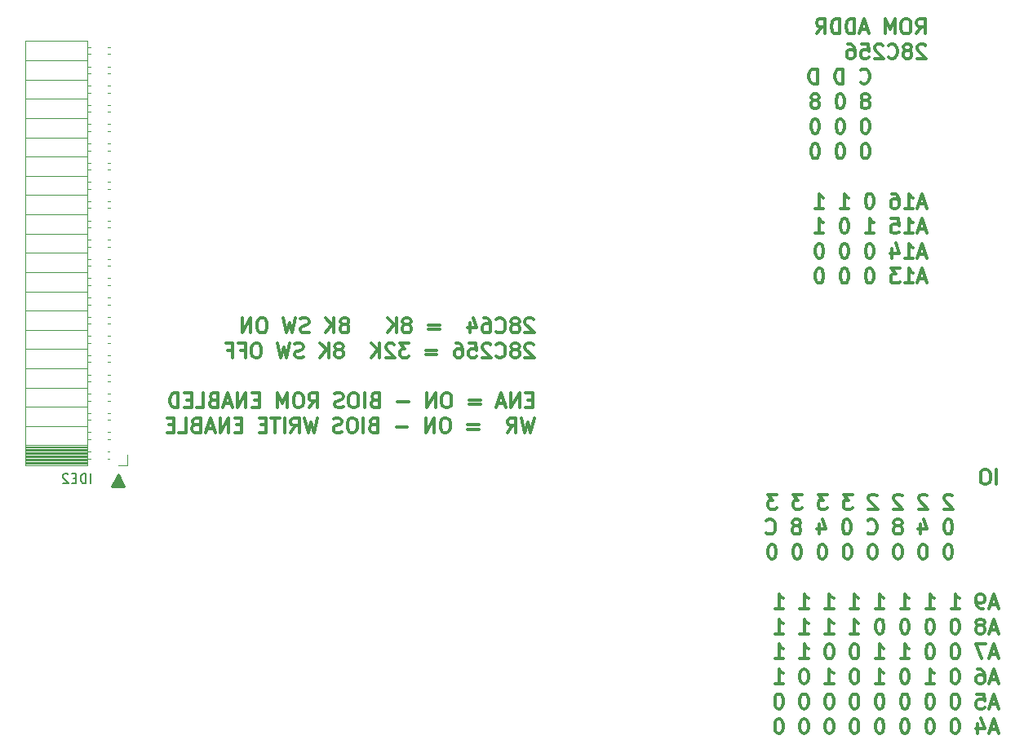
<source format=gbo>
%TF.GenerationSoftware,KiCad,Pcbnew,(5.1.12)-1*%
%TF.CreationDate,2022-07-22T17:46:44+02:00*%
%TF.ProjectId,EC1834-XT-IDE,45433138-3334-42d5-9854-2d4944452e6b,4c*%
%TF.SameCoordinates,Original*%
%TF.FileFunction,Legend,Bot*%
%TF.FilePolarity,Positive*%
%FSLAX46Y46*%
G04 Gerber Fmt 4.6, Leading zero omitted, Abs format (unit mm)*
G04 Created by KiCad (PCBNEW (5.1.12)-1) date 2022-07-22 17:46:44*
%MOMM*%
%LPD*%
G01*
G04 APERTURE LIST*
%ADD10C,0.304800*%
%ADD11C,0.254000*%
%ADD12C,0.120000*%
%ADD13C,0.150000*%
G04 APERTURE END LIST*
D10*
X127790665Y-54156428D02*
X128298665Y-53430714D01*
X128661522Y-54156428D02*
X128661522Y-52632428D01*
X128080951Y-52632428D01*
X127935808Y-52705000D01*
X127863237Y-52777571D01*
X127790665Y-52922714D01*
X127790665Y-53140428D01*
X127863237Y-53285571D01*
X127935808Y-53358142D01*
X128080951Y-53430714D01*
X128661522Y-53430714D01*
X126847237Y-52632428D02*
X126556951Y-52632428D01*
X126411808Y-52705000D01*
X126266665Y-52850142D01*
X126194094Y-53140428D01*
X126194094Y-53648428D01*
X126266665Y-53938714D01*
X126411808Y-54083857D01*
X126556951Y-54156428D01*
X126847237Y-54156428D01*
X126992380Y-54083857D01*
X127137522Y-53938714D01*
X127210094Y-53648428D01*
X127210094Y-53140428D01*
X127137522Y-52850142D01*
X126992380Y-52705000D01*
X126847237Y-52632428D01*
X125540951Y-54156428D02*
X125540951Y-52632428D01*
X125032951Y-53721000D01*
X124524951Y-52632428D01*
X124524951Y-54156428D01*
X122710665Y-53721000D02*
X121984951Y-53721000D01*
X122855808Y-54156428D02*
X122347808Y-52632428D01*
X121839808Y-54156428D01*
X121331808Y-54156428D02*
X121331808Y-52632428D01*
X120968951Y-52632428D01*
X120751237Y-52705000D01*
X120606094Y-52850142D01*
X120533522Y-52995285D01*
X120460951Y-53285571D01*
X120460951Y-53503285D01*
X120533522Y-53793571D01*
X120606094Y-53938714D01*
X120751237Y-54083857D01*
X120968951Y-54156428D01*
X121331808Y-54156428D01*
X119807808Y-54156428D02*
X119807808Y-52632428D01*
X119444951Y-52632428D01*
X119227237Y-52705000D01*
X119082094Y-52850142D01*
X119009522Y-52995285D01*
X118936951Y-53285571D01*
X118936951Y-53503285D01*
X119009522Y-53793571D01*
X119082094Y-53938714D01*
X119227237Y-54083857D01*
X119444951Y-54156428D01*
X119807808Y-54156428D01*
X117412951Y-54156428D02*
X117920951Y-53430714D01*
X118283808Y-54156428D02*
X118283808Y-52632428D01*
X117703237Y-52632428D01*
X117558094Y-52705000D01*
X117485522Y-52777571D01*
X117412951Y-52922714D01*
X117412951Y-53140428D01*
X117485522Y-53285571D01*
X117558094Y-53358142D01*
X117703237Y-53430714D01*
X118283808Y-53430714D01*
X128734094Y-55368371D02*
X128661522Y-55295800D01*
X128516380Y-55223228D01*
X128153522Y-55223228D01*
X128008380Y-55295800D01*
X127935808Y-55368371D01*
X127863237Y-55513514D01*
X127863237Y-55658657D01*
X127935808Y-55876371D01*
X128806665Y-56747228D01*
X127863237Y-56747228D01*
X126992380Y-55876371D02*
X127137522Y-55803800D01*
X127210094Y-55731228D01*
X127282665Y-55586085D01*
X127282665Y-55513514D01*
X127210094Y-55368371D01*
X127137522Y-55295800D01*
X126992380Y-55223228D01*
X126702094Y-55223228D01*
X126556951Y-55295800D01*
X126484380Y-55368371D01*
X126411808Y-55513514D01*
X126411808Y-55586085D01*
X126484380Y-55731228D01*
X126556951Y-55803800D01*
X126702094Y-55876371D01*
X126992380Y-55876371D01*
X127137522Y-55948942D01*
X127210094Y-56021514D01*
X127282665Y-56166657D01*
X127282665Y-56456942D01*
X127210094Y-56602085D01*
X127137522Y-56674657D01*
X126992380Y-56747228D01*
X126702094Y-56747228D01*
X126556951Y-56674657D01*
X126484380Y-56602085D01*
X126411808Y-56456942D01*
X126411808Y-56166657D01*
X126484380Y-56021514D01*
X126556951Y-55948942D01*
X126702094Y-55876371D01*
X124887808Y-56602085D02*
X124960380Y-56674657D01*
X125178094Y-56747228D01*
X125323237Y-56747228D01*
X125540951Y-56674657D01*
X125686094Y-56529514D01*
X125758665Y-56384371D01*
X125831237Y-56094085D01*
X125831237Y-55876371D01*
X125758665Y-55586085D01*
X125686094Y-55440942D01*
X125540951Y-55295800D01*
X125323237Y-55223228D01*
X125178094Y-55223228D01*
X124960380Y-55295800D01*
X124887808Y-55368371D01*
X124307237Y-55368371D02*
X124234665Y-55295800D01*
X124089522Y-55223228D01*
X123726665Y-55223228D01*
X123581522Y-55295800D01*
X123508951Y-55368371D01*
X123436380Y-55513514D01*
X123436380Y-55658657D01*
X123508951Y-55876371D01*
X124379808Y-56747228D01*
X123436380Y-56747228D01*
X122057522Y-55223228D02*
X122783237Y-55223228D01*
X122855808Y-55948942D01*
X122783237Y-55876371D01*
X122638094Y-55803800D01*
X122275237Y-55803800D01*
X122130094Y-55876371D01*
X122057522Y-55948942D01*
X121984951Y-56094085D01*
X121984951Y-56456942D01*
X122057522Y-56602085D01*
X122130094Y-56674657D01*
X122275237Y-56747228D01*
X122638094Y-56747228D01*
X122783237Y-56674657D01*
X122855808Y-56602085D01*
X120678665Y-55223228D02*
X120968951Y-55223228D01*
X121114094Y-55295800D01*
X121186665Y-55368371D01*
X121331808Y-55586085D01*
X121404380Y-55876371D01*
X121404380Y-56456942D01*
X121331808Y-56602085D01*
X121259237Y-56674657D01*
X121114094Y-56747228D01*
X120823808Y-56747228D01*
X120678665Y-56674657D01*
X120606094Y-56602085D01*
X120533522Y-56456942D01*
X120533522Y-56094085D01*
X120606094Y-55948942D01*
X120678665Y-55876371D01*
X120823808Y-55803800D01*
X121114094Y-55803800D01*
X121259237Y-55876371D01*
X121331808Y-55948942D01*
X121404380Y-56094085D01*
X121984951Y-59192885D02*
X122057522Y-59265457D01*
X122275237Y-59338028D01*
X122420380Y-59338028D01*
X122638094Y-59265457D01*
X122783237Y-59120314D01*
X122855808Y-58975171D01*
X122928380Y-58684885D01*
X122928380Y-58467171D01*
X122855808Y-58176885D01*
X122783237Y-58031742D01*
X122638094Y-57886600D01*
X122420380Y-57814028D01*
X122275237Y-57814028D01*
X122057522Y-57886600D01*
X121984951Y-57959171D01*
X120170665Y-59338028D02*
X120170665Y-57814028D01*
X119807808Y-57814028D01*
X119590094Y-57886600D01*
X119444951Y-58031742D01*
X119372380Y-58176885D01*
X119299808Y-58467171D01*
X119299808Y-58684885D01*
X119372380Y-58975171D01*
X119444951Y-59120314D01*
X119590094Y-59265457D01*
X119807808Y-59338028D01*
X120170665Y-59338028D01*
X117485522Y-59338028D02*
X117485522Y-57814028D01*
X117122665Y-57814028D01*
X116904951Y-57886600D01*
X116759808Y-58031742D01*
X116687237Y-58176885D01*
X116614665Y-58467171D01*
X116614665Y-58684885D01*
X116687237Y-58975171D01*
X116759808Y-59120314D01*
X116904951Y-59265457D01*
X117122665Y-59338028D01*
X117485522Y-59338028D01*
X122638094Y-61057971D02*
X122783237Y-60985400D01*
X122855808Y-60912828D01*
X122928380Y-60767685D01*
X122928380Y-60695114D01*
X122855808Y-60549971D01*
X122783237Y-60477400D01*
X122638094Y-60404828D01*
X122347808Y-60404828D01*
X122202665Y-60477400D01*
X122130094Y-60549971D01*
X122057522Y-60695114D01*
X122057522Y-60767685D01*
X122130094Y-60912828D01*
X122202665Y-60985400D01*
X122347808Y-61057971D01*
X122638094Y-61057971D01*
X122783237Y-61130542D01*
X122855808Y-61203114D01*
X122928380Y-61348257D01*
X122928380Y-61638542D01*
X122855808Y-61783685D01*
X122783237Y-61856257D01*
X122638094Y-61928828D01*
X122347808Y-61928828D01*
X122202665Y-61856257D01*
X122130094Y-61783685D01*
X122057522Y-61638542D01*
X122057522Y-61348257D01*
X122130094Y-61203114D01*
X122202665Y-61130542D01*
X122347808Y-61057971D01*
X119952951Y-60404828D02*
X119807808Y-60404828D01*
X119662665Y-60477400D01*
X119590094Y-60549971D01*
X119517522Y-60695114D01*
X119444951Y-60985400D01*
X119444951Y-61348257D01*
X119517522Y-61638542D01*
X119590094Y-61783685D01*
X119662665Y-61856257D01*
X119807808Y-61928828D01*
X119952951Y-61928828D01*
X120098094Y-61856257D01*
X120170665Y-61783685D01*
X120243237Y-61638542D01*
X120315808Y-61348257D01*
X120315808Y-60985400D01*
X120243237Y-60695114D01*
X120170665Y-60549971D01*
X120098094Y-60477400D01*
X119952951Y-60404828D01*
X117412951Y-61057971D02*
X117558094Y-60985400D01*
X117630665Y-60912828D01*
X117703237Y-60767685D01*
X117703237Y-60695114D01*
X117630665Y-60549971D01*
X117558094Y-60477400D01*
X117412951Y-60404828D01*
X117122665Y-60404828D01*
X116977522Y-60477400D01*
X116904951Y-60549971D01*
X116832380Y-60695114D01*
X116832380Y-60767685D01*
X116904951Y-60912828D01*
X116977522Y-60985400D01*
X117122665Y-61057971D01*
X117412951Y-61057971D01*
X117558094Y-61130542D01*
X117630665Y-61203114D01*
X117703237Y-61348257D01*
X117703237Y-61638542D01*
X117630665Y-61783685D01*
X117558094Y-61856257D01*
X117412951Y-61928828D01*
X117122665Y-61928828D01*
X116977522Y-61856257D01*
X116904951Y-61783685D01*
X116832380Y-61638542D01*
X116832380Y-61348257D01*
X116904951Y-61203114D01*
X116977522Y-61130542D01*
X117122665Y-61057971D01*
X122565522Y-62995628D02*
X122420380Y-62995628D01*
X122275237Y-63068200D01*
X122202665Y-63140771D01*
X122130094Y-63285914D01*
X122057522Y-63576200D01*
X122057522Y-63939057D01*
X122130094Y-64229342D01*
X122202665Y-64374485D01*
X122275237Y-64447057D01*
X122420380Y-64519628D01*
X122565522Y-64519628D01*
X122710665Y-64447057D01*
X122783237Y-64374485D01*
X122855808Y-64229342D01*
X122928380Y-63939057D01*
X122928380Y-63576200D01*
X122855808Y-63285914D01*
X122783237Y-63140771D01*
X122710665Y-63068200D01*
X122565522Y-62995628D01*
X119952951Y-62995628D02*
X119807808Y-62995628D01*
X119662665Y-63068200D01*
X119590094Y-63140771D01*
X119517522Y-63285914D01*
X119444951Y-63576200D01*
X119444951Y-63939057D01*
X119517522Y-64229342D01*
X119590094Y-64374485D01*
X119662665Y-64447057D01*
X119807808Y-64519628D01*
X119952951Y-64519628D01*
X120098094Y-64447057D01*
X120170665Y-64374485D01*
X120243237Y-64229342D01*
X120315808Y-63939057D01*
X120315808Y-63576200D01*
X120243237Y-63285914D01*
X120170665Y-63140771D01*
X120098094Y-63068200D01*
X119952951Y-62995628D01*
X117340380Y-62995628D02*
X117195237Y-62995628D01*
X117050094Y-63068200D01*
X116977522Y-63140771D01*
X116904951Y-63285914D01*
X116832380Y-63576200D01*
X116832380Y-63939057D01*
X116904951Y-64229342D01*
X116977522Y-64374485D01*
X117050094Y-64447057D01*
X117195237Y-64519628D01*
X117340380Y-64519628D01*
X117485522Y-64447057D01*
X117558094Y-64374485D01*
X117630665Y-64229342D01*
X117703237Y-63939057D01*
X117703237Y-63576200D01*
X117630665Y-63285914D01*
X117558094Y-63140771D01*
X117485522Y-63068200D01*
X117340380Y-62995628D01*
X122565522Y-65586428D02*
X122420380Y-65586428D01*
X122275237Y-65659000D01*
X122202665Y-65731571D01*
X122130094Y-65876714D01*
X122057522Y-66167000D01*
X122057522Y-66529857D01*
X122130094Y-66820142D01*
X122202665Y-66965285D01*
X122275237Y-67037857D01*
X122420380Y-67110428D01*
X122565522Y-67110428D01*
X122710665Y-67037857D01*
X122783237Y-66965285D01*
X122855808Y-66820142D01*
X122928380Y-66529857D01*
X122928380Y-66167000D01*
X122855808Y-65876714D01*
X122783237Y-65731571D01*
X122710665Y-65659000D01*
X122565522Y-65586428D01*
X119952951Y-65586428D02*
X119807808Y-65586428D01*
X119662665Y-65659000D01*
X119590094Y-65731571D01*
X119517522Y-65876714D01*
X119444951Y-66167000D01*
X119444951Y-66529857D01*
X119517522Y-66820142D01*
X119590094Y-66965285D01*
X119662665Y-67037857D01*
X119807808Y-67110428D01*
X119952951Y-67110428D01*
X120098094Y-67037857D01*
X120170665Y-66965285D01*
X120243237Y-66820142D01*
X120315808Y-66529857D01*
X120315808Y-66167000D01*
X120243237Y-65876714D01*
X120170665Y-65731571D01*
X120098094Y-65659000D01*
X119952951Y-65586428D01*
X117340380Y-65586428D02*
X117195237Y-65586428D01*
X117050094Y-65659000D01*
X116977522Y-65731571D01*
X116904951Y-65876714D01*
X116832380Y-66167000D01*
X116832380Y-66529857D01*
X116904951Y-66820142D01*
X116977522Y-66965285D01*
X117050094Y-67037857D01*
X117195237Y-67110428D01*
X117340380Y-67110428D01*
X117485522Y-67037857D01*
X117558094Y-66965285D01*
X117630665Y-66820142D01*
X117703237Y-66529857D01*
X117703237Y-66167000D01*
X117630665Y-65876714D01*
X117558094Y-65731571D01*
X117485522Y-65659000D01*
X117340380Y-65586428D01*
X128734094Y-71856600D02*
X128008380Y-71856600D01*
X128879237Y-72292028D02*
X128371237Y-70768028D01*
X127863237Y-72292028D01*
X126556951Y-72292028D02*
X127427808Y-72292028D01*
X126992380Y-72292028D02*
X126992380Y-70768028D01*
X127137522Y-70985742D01*
X127282665Y-71130885D01*
X127427808Y-71203457D01*
X125250665Y-70768028D02*
X125540951Y-70768028D01*
X125686094Y-70840600D01*
X125758665Y-70913171D01*
X125903808Y-71130885D01*
X125976380Y-71421171D01*
X125976380Y-72001742D01*
X125903808Y-72146885D01*
X125831237Y-72219457D01*
X125686094Y-72292028D01*
X125395808Y-72292028D01*
X125250665Y-72219457D01*
X125178094Y-72146885D01*
X125105522Y-72001742D01*
X125105522Y-71638885D01*
X125178094Y-71493742D01*
X125250665Y-71421171D01*
X125395808Y-71348600D01*
X125686094Y-71348600D01*
X125831237Y-71421171D01*
X125903808Y-71493742D01*
X125976380Y-71638885D01*
X123000951Y-70768028D02*
X122855808Y-70768028D01*
X122710665Y-70840600D01*
X122638094Y-70913171D01*
X122565522Y-71058314D01*
X122492951Y-71348600D01*
X122492951Y-71711457D01*
X122565522Y-72001742D01*
X122638094Y-72146885D01*
X122710665Y-72219457D01*
X122855808Y-72292028D01*
X123000951Y-72292028D01*
X123146094Y-72219457D01*
X123218665Y-72146885D01*
X123291237Y-72001742D01*
X123363808Y-71711457D01*
X123363808Y-71348600D01*
X123291237Y-71058314D01*
X123218665Y-70913171D01*
X123146094Y-70840600D01*
X123000951Y-70768028D01*
X119880380Y-72292028D02*
X120751237Y-72292028D01*
X120315808Y-72292028D02*
X120315808Y-70768028D01*
X120460951Y-70985742D01*
X120606094Y-71130885D01*
X120751237Y-71203457D01*
X117267808Y-72292028D02*
X118138665Y-72292028D01*
X117703237Y-72292028D02*
X117703237Y-70768028D01*
X117848380Y-70985742D01*
X117993522Y-71130885D01*
X118138665Y-71203457D01*
X128734094Y-74447400D02*
X128008380Y-74447400D01*
X128879237Y-74882828D02*
X128371237Y-73358828D01*
X127863237Y-74882828D01*
X126556951Y-74882828D02*
X127427808Y-74882828D01*
X126992380Y-74882828D02*
X126992380Y-73358828D01*
X127137522Y-73576542D01*
X127282665Y-73721685D01*
X127427808Y-73794257D01*
X125178094Y-73358828D02*
X125903808Y-73358828D01*
X125976380Y-74084542D01*
X125903808Y-74011971D01*
X125758665Y-73939400D01*
X125395808Y-73939400D01*
X125250665Y-74011971D01*
X125178094Y-74084542D01*
X125105522Y-74229685D01*
X125105522Y-74592542D01*
X125178094Y-74737685D01*
X125250665Y-74810257D01*
X125395808Y-74882828D01*
X125758665Y-74882828D01*
X125903808Y-74810257D01*
X125976380Y-74737685D01*
X122492951Y-74882828D02*
X123363808Y-74882828D01*
X122928380Y-74882828D02*
X122928380Y-73358828D01*
X123073522Y-73576542D01*
X123218665Y-73721685D01*
X123363808Y-73794257D01*
X120388380Y-73358828D02*
X120243237Y-73358828D01*
X120098094Y-73431400D01*
X120025522Y-73503971D01*
X119952951Y-73649114D01*
X119880380Y-73939400D01*
X119880380Y-74302257D01*
X119952951Y-74592542D01*
X120025522Y-74737685D01*
X120098094Y-74810257D01*
X120243237Y-74882828D01*
X120388380Y-74882828D01*
X120533522Y-74810257D01*
X120606094Y-74737685D01*
X120678665Y-74592542D01*
X120751237Y-74302257D01*
X120751237Y-73939400D01*
X120678665Y-73649114D01*
X120606094Y-73503971D01*
X120533522Y-73431400D01*
X120388380Y-73358828D01*
X117267808Y-74882828D02*
X118138665Y-74882828D01*
X117703237Y-74882828D02*
X117703237Y-73358828D01*
X117848380Y-73576542D01*
X117993522Y-73721685D01*
X118138665Y-73794257D01*
X128734094Y-77038200D02*
X128008380Y-77038200D01*
X128879237Y-77473628D02*
X128371237Y-75949628D01*
X127863237Y-77473628D01*
X126556951Y-77473628D02*
X127427808Y-77473628D01*
X126992380Y-77473628D02*
X126992380Y-75949628D01*
X127137522Y-76167342D01*
X127282665Y-76312485D01*
X127427808Y-76385057D01*
X125250665Y-76457628D02*
X125250665Y-77473628D01*
X125613522Y-75877057D02*
X125976380Y-76965628D01*
X125032951Y-76965628D01*
X123000951Y-75949628D02*
X122855808Y-75949628D01*
X122710665Y-76022200D01*
X122638094Y-76094771D01*
X122565522Y-76239914D01*
X122492951Y-76530200D01*
X122492951Y-76893057D01*
X122565522Y-77183342D01*
X122638094Y-77328485D01*
X122710665Y-77401057D01*
X122855808Y-77473628D01*
X123000951Y-77473628D01*
X123146094Y-77401057D01*
X123218665Y-77328485D01*
X123291237Y-77183342D01*
X123363808Y-76893057D01*
X123363808Y-76530200D01*
X123291237Y-76239914D01*
X123218665Y-76094771D01*
X123146094Y-76022200D01*
X123000951Y-75949628D01*
X120388380Y-75949628D02*
X120243237Y-75949628D01*
X120098094Y-76022200D01*
X120025522Y-76094771D01*
X119952951Y-76239914D01*
X119880380Y-76530200D01*
X119880380Y-76893057D01*
X119952951Y-77183342D01*
X120025522Y-77328485D01*
X120098094Y-77401057D01*
X120243237Y-77473628D01*
X120388380Y-77473628D01*
X120533522Y-77401057D01*
X120606094Y-77328485D01*
X120678665Y-77183342D01*
X120751237Y-76893057D01*
X120751237Y-76530200D01*
X120678665Y-76239914D01*
X120606094Y-76094771D01*
X120533522Y-76022200D01*
X120388380Y-75949628D01*
X117775808Y-75949628D02*
X117630665Y-75949628D01*
X117485522Y-76022200D01*
X117412951Y-76094771D01*
X117340380Y-76239914D01*
X117267808Y-76530200D01*
X117267808Y-76893057D01*
X117340380Y-77183342D01*
X117412951Y-77328485D01*
X117485522Y-77401057D01*
X117630665Y-77473628D01*
X117775808Y-77473628D01*
X117920951Y-77401057D01*
X117993522Y-77328485D01*
X118066094Y-77183342D01*
X118138665Y-76893057D01*
X118138665Y-76530200D01*
X118066094Y-76239914D01*
X117993522Y-76094771D01*
X117920951Y-76022200D01*
X117775808Y-75949628D01*
X128734094Y-79629000D02*
X128008380Y-79629000D01*
X128879237Y-80064428D02*
X128371237Y-78540428D01*
X127863237Y-80064428D01*
X126556951Y-80064428D02*
X127427808Y-80064428D01*
X126992380Y-80064428D02*
X126992380Y-78540428D01*
X127137522Y-78758142D01*
X127282665Y-78903285D01*
X127427808Y-78975857D01*
X126048951Y-78540428D02*
X125105522Y-78540428D01*
X125613522Y-79121000D01*
X125395808Y-79121000D01*
X125250665Y-79193571D01*
X125178094Y-79266142D01*
X125105522Y-79411285D01*
X125105522Y-79774142D01*
X125178094Y-79919285D01*
X125250665Y-79991857D01*
X125395808Y-80064428D01*
X125831237Y-80064428D01*
X125976380Y-79991857D01*
X126048951Y-79919285D01*
X123000951Y-78540428D02*
X122855808Y-78540428D01*
X122710665Y-78613000D01*
X122638094Y-78685571D01*
X122565522Y-78830714D01*
X122492951Y-79121000D01*
X122492951Y-79483857D01*
X122565522Y-79774142D01*
X122638094Y-79919285D01*
X122710665Y-79991857D01*
X122855808Y-80064428D01*
X123000951Y-80064428D01*
X123146094Y-79991857D01*
X123218665Y-79919285D01*
X123291237Y-79774142D01*
X123363808Y-79483857D01*
X123363808Y-79121000D01*
X123291237Y-78830714D01*
X123218665Y-78685571D01*
X123146094Y-78613000D01*
X123000951Y-78540428D01*
X120388380Y-78540428D02*
X120243237Y-78540428D01*
X120098094Y-78613000D01*
X120025522Y-78685571D01*
X119952951Y-78830714D01*
X119880380Y-79121000D01*
X119880380Y-79483857D01*
X119952951Y-79774142D01*
X120025522Y-79919285D01*
X120098094Y-79991857D01*
X120243237Y-80064428D01*
X120388380Y-80064428D01*
X120533522Y-79991857D01*
X120606094Y-79919285D01*
X120678665Y-79774142D01*
X120751237Y-79483857D01*
X120751237Y-79121000D01*
X120678665Y-78830714D01*
X120606094Y-78685571D01*
X120533522Y-78613000D01*
X120388380Y-78540428D01*
X117775808Y-78540428D02*
X117630665Y-78540428D01*
X117485522Y-78613000D01*
X117412951Y-78685571D01*
X117340380Y-78830714D01*
X117267808Y-79121000D01*
X117267808Y-79483857D01*
X117340380Y-79774142D01*
X117412951Y-79919285D01*
X117485522Y-79991857D01*
X117630665Y-80064428D01*
X117775808Y-80064428D01*
X117920951Y-79991857D01*
X117993522Y-79919285D01*
X118066094Y-79774142D01*
X118138665Y-79483857D01*
X118138665Y-79121000D01*
X118066094Y-78830714D01*
X117993522Y-78685571D01*
X117920951Y-78613000D01*
X117775808Y-78540428D01*
X88030594Y-83854471D02*
X87958022Y-83781900D01*
X87812880Y-83709328D01*
X87450022Y-83709328D01*
X87304880Y-83781900D01*
X87232308Y-83854471D01*
X87159737Y-83999614D01*
X87159737Y-84144757D01*
X87232308Y-84362471D01*
X88103165Y-85233328D01*
X87159737Y-85233328D01*
X86288880Y-84362471D02*
X86434022Y-84289900D01*
X86506594Y-84217328D01*
X86579165Y-84072185D01*
X86579165Y-83999614D01*
X86506594Y-83854471D01*
X86434022Y-83781900D01*
X86288880Y-83709328D01*
X85998594Y-83709328D01*
X85853451Y-83781900D01*
X85780880Y-83854471D01*
X85708308Y-83999614D01*
X85708308Y-84072185D01*
X85780880Y-84217328D01*
X85853451Y-84289900D01*
X85998594Y-84362471D01*
X86288880Y-84362471D01*
X86434022Y-84435042D01*
X86506594Y-84507614D01*
X86579165Y-84652757D01*
X86579165Y-84943042D01*
X86506594Y-85088185D01*
X86434022Y-85160757D01*
X86288880Y-85233328D01*
X85998594Y-85233328D01*
X85853451Y-85160757D01*
X85780880Y-85088185D01*
X85708308Y-84943042D01*
X85708308Y-84652757D01*
X85780880Y-84507614D01*
X85853451Y-84435042D01*
X85998594Y-84362471D01*
X84184308Y-85088185D02*
X84256880Y-85160757D01*
X84474594Y-85233328D01*
X84619737Y-85233328D01*
X84837451Y-85160757D01*
X84982594Y-85015614D01*
X85055165Y-84870471D01*
X85127737Y-84580185D01*
X85127737Y-84362471D01*
X85055165Y-84072185D01*
X84982594Y-83927042D01*
X84837451Y-83781900D01*
X84619737Y-83709328D01*
X84474594Y-83709328D01*
X84256880Y-83781900D01*
X84184308Y-83854471D01*
X82878022Y-83709328D02*
X83168308Y-83709328D01*
X83313451Y-83781900D01*
X83386022Y-83854471D01*
X83531165Y-84072185D01*
X83603737Y-84362471D01*
X83603737Y-84943042D01*
X83531165Y-85088185D01*
X83458594Y-85160757D01*
X83313451Y-85233328D01*
X83023165Y-85233328D01*
X82878022Y-85160757D01*
X82805451Y-85088185D01*
X82732880Y-84943042D01*
X82732880Y-84580185D01*
X82805451Y-84435042D01*
X82878022Y-84362471D01*
X83023165Y-84289900D01*
X83313451Y-84289900D01*
X83458594Y-84362471D01*
X83531165Y-84435042D01*
X83603737Y-84580185D01*
X81426594Y-84217328D02*
X81426594Y-85233328D01*
X81789451Y-83636757D02*
X82152308Y-84725328D01*
X81208880Y-84725328D01*
X78306022Y-84435042D02*
X77144880Y-84435042D01*
X77144880Y-84870471D02*
X78306022Y-84870471D01*
X75040308Y-84362471D02*
X75185451Y-84289900D01*
X75258022Y-84217328D01*
X75330594Y-84072185D01*
X75330594Y-83999614D01*
X75258022Y-83854471D01*
X75185451Y-83781900D01*
X75040308Y-83709328D01*
X74750022Y-83709328D01*
X74604880Y-83781900D01*
X74532308Y-83854471D01*
X74459737Y-83999614D01*
X74459737Y-84072185D01*
X74532308Y-84217328D01*
X74604880Y-84289900D01*
X74750022Y-84362471D01*
X75040308Y-84362471D01*
X75185451Y-84435042D01*
X75258022Y-84507614D01*
X75330594Y-84652757D01*
X75330594Y-84943042D01*
X75258022Y-85088185D01*
X75185451Y-85160757D01*
X75040308Y-85233328D01*
X74750022Y-85233328D01*
X74604880Y-85160757D01*
X74532308Y-85088185D01*
X74459737Y-84943042D01*
X74459737Y-84652757D01*
X74532308Y-84507614D01*
X74604880Y-84435042D01*
X74750022Y-84362471D01*
X73806594Y-85233328D02*
X73806594Y-83709328D01*
X72935737Y-85233328D02*
X73588880Y-84362471D01*
X72935737Y-83709328D02*
X73806594Y-84580185D01*
X68581451Y-84362471D02*
X68726594Y-84289900D01*
X68799165Y-84217328D01*
X68871737Y-84072185D01*
X68871737Y-83999614D01*
X68799165Y-83854471D01*
X68726594Y-83781900D01*
X68581451Y-83709328D01*
X68291165Y-83709328D01*
X68146022Y-83781900D01*
X68073451Y-83854471D01*
X68000880Y-83999614D01*
X68000880Y-84072185D01*
X68073451Y-84217328D01*
X68146022Y-84289900D01*
X68291165Y-84362471D01*
X68581451Y-84362471D01*
X68726594Y-84435042D01*
X68799165Y-84507614D01*
X68871737Y-84652757D01*
X68871737Y-84943042D01*
X68799165Y-85088185D01*
X68726594Y-85160757D01*
X68581451Y-85233328D01*
X68291165Y-85233328D01*
X68146022Y-85160757D01*
X68073451Y-85088185D01*
X68000880Y-84943042D01*
X68000880Y-84652757D01*
X68073451Y-84507614D01*
X68146022Y-84435042D01*
X68291165Y-84362471D01*
X67347737Y-85233328D02*
X67347737Y-83709328D01*
X66476880Y-85233328D02*
X67130022Y-84362471D01*
X66476880Y-83709328D02*
X67347737Y-84580185D01*
X64735165Y-85160757D02*
X64517451Y-85233328D01*
X64154594Y-85233328D01*
X64009451Y-85160757D01*
X63936880Y-85088185D01*
X63864308Y-84943042D01*
X63864308Y-84797900D01*
X63936880Y-84652757D01*
X64009451Y-84580185D01*
X64154594Y-84507614D01*
X64444880Y-84435042D01*
X64590022Y-84362471D01*
X64662594Y-84289900D01*
X64735165Y-84144757D01*
X64735165Y-83999614D01*
X64662594Y-83854471D01*
X64590022Y-83781900D01*
X64444880Y-83709328D01*
X64082022Y-83709328D01*
X63864308Y-83781900D01*
X63356308Y-83709328D02*
X62993451Y-85233328D01*
X62703165Y-84144757D01*
X62412880Y-85233328D01*
X62050022Y-83709328D01*
X60018022Y-83709328D02*
X59727737Y-83709328D01*
X59582594Y-83781900D01*
X59437451Y-83927042D01*
X59364880Y-84217328D01*
X59364880Y-84725328D01*
X59437451Y-85015614D01*
X59582594Y-85160757D01*
X59727737Y-85233328D01*
X60018022Y-85233328D01*
X60163165Y-85160757D01*
X60308308Y-85015614D01*
X60380880Y-84725328D01*
X60380880Y-84217328D01*
X60308308Y-83927042D01*
X60163165Y-83781900D01*
X60018022Y-83709328D01*
X58711737Y-85233328D02*
X58711737Y-83709328D01*
X57840880Y-85233328D01*
X57840880Y-83709328D01*
X88030594Y-86445271D02*
X87958022Y-86372700D01*
X87812880Y-86300128D01*
X87450022Y-86300128D01*
X87304880Y-86372700D01*
X87232308Y-86445271D01*
X87159737Y-86590414D01*
X87159737Y-86735557D01*
X87232308Y-86953271D01*
X88103165Y-87824128D01*
X87159737Y-87824128D01*
X86288880Y-86953271D02*
X86434022Y-86880700D01*
X86506594Y-86808128D01*
X86579165Y-86662985D01*
X86579165Y-86590414D01*
X86506594Y-86445271D01*
X86434022Y-86372700D01*
X86288880Y-86300128D01*
X85998594Y-86300128D01*
X85853451Y-86372700D01*
X85780880Y-86445271D01*
X85708308Y-86590414D01*
X85708308Y-86662985D01*
X85780880Y-86808128D01*
X85853451Y-86880700D01*
X85998594Y-86953271D01*
X86288880Y-86953271D01*
X86434022Y-87025842D01*
X86506594Y-87098414D01*
X86579165Y-87243557D01*
X86579165Y-87533842D01*
X86506594Y-87678985D01*
X86434022Y-87751557D01*
X86288880Y-87824128D01*
X85998594Y-87824128D01*
X85853451Y-87751557D01*
X85780880Y-87678985D01*
X85708308Y-87533842D01*
X85708308Y-87243557D01*
X85780880Y-87098414D01*
X85853451Y-87025842D01*
X85998594Y-86953271D01*
X84184308Y-87678985D02*
X84256880Y-87751557D01*
X84474594Y-87824128D01*
X84619737Y-87824128D01*
X84837451Y-87751557D01*
X84982594Y-87606414D01*
X85055165Y-87461271D01*
X85127737Y-87170985D01*
X85127737Y-86953271D01*
X85055165Y-86662985D01*
X84982594Y-86517842D01*
X84837451Y-86372700D01*
X84619737Y-86300128D01*
X84474594Y-86300128D01*
X84256880Y-86372700D01*
X84184308Y-86445271D01*
X83603737Y-86445271D02*
X83531165Y-86372700D01*
X83386022Y-86300128D01*
X83023165Y-86300128D01*
X82878022Y-86372700D01*
X82805451Y-86445271D01*
X82732880Y-86590414D01*
X82732880Y-86735557D01*
X82805451Y-86953271D01*
X83676308Y-87824128D01*
X82732880Y-87824128D01*
X81354022Y-86300128D02*
X82079737Y-86300128D01*
X82152308Y-87025842D01*
X82079737Y-86953271D01*
X81934594Y-86880700D01*
X81571737Y-86880700D01*
X81426594Y-86953271D01*
X81354022Y-87025842D01*
X81281451Y-87170985D01*
X81281451Y-87533842D01*
X81354022Y-87678985D01*
X81426594Y-87751557D01*
X81571737Y-87824128D01*
X81934594Y-87824128D01*
X82079737Y-87751557D01*
X82152308Y-87678985D01*
X79975165Y-86300128D02*
X80265451Y-86300128D01*
X80410594Y-86372700D01*
X80483165Y-86445271D01*
X80628308Y-86662985D01*
X80700880Y-86953271D01*
X80700880Y-87533842D01*
X80628308Y-87678985D01*
X80555737Y-87751557D01*
X80410594Y-87824128D01*
X80120308Y-87824128D01*
X79975165Y-87751557D01*
X79902594Y-87678985D01*
X79830022Y-87533842D01*
X79830022Y-87170985D01*
X79902594Y-87025842D01*
X79975165Y-86953271D01*
X80120308Y-86880700D01*
X80410594Y-86880700D01*
X80555737Y-86953271D01*
X80628308Y-87025842D01*
X80700880Y-87170985D01*
X78015737Y-87025842D02*
X76854594Y-87025842D01*
X76854594Y-87461271D02*
X78015737Y-87461271D01*
X75112880Y-86300128D02*
X74169451Y-86300128D01*
X74677451Y-86880700D01*
X74459737Y-86880700D01*
X74314594Y-86953271D01*
X74242022Y-87025842D01*
X74169451Y-87170985D01*
X74169451Y-87533842D01*
X74242022Y-87678985D01*
X74314594Y-87751557D01*
X74459737Y-87824128D01*
X74895165Y-87824128D01*
X75040308Y-87751557D01*
X75112880Y-87678985D01*
X73588880Y-86445271D02*
X73516308Y-86372700D01*
X73371165Y-86300128D01*
X73008308Y-86300128D01*
X72863165Y-86372700D01*
X72790594Y-86445271D01*
X72718022Y-86590414D01*
X72718022Y-86735557D01*
X72790594Y-86953271D01*
X73661451Y-87824128D01*
X72718022Y-87824128D01*
X72064880Y-87824128D02*
X72064880Y-86300128D01*
X71194022Y-87824128D02*
X71847165Y-86953271D01*
X71194022Y-86300128D02*
X72064880Y-87170985D01*
X68000880Y-86953271D02*
X68146022Y-86880700D01*
X68218594Y-86808128D01*
X68291165Y-86662985D01*
X68291165Y-86590414D01*
X68218594Y-86445271D01*
X68146022Y-86372700D01*
X68000880Y-86300128D01*
X67710594Y-86300128D01*
X67565451Y-86372700D01*
X67492880Y-86445271D01*
X67420308Y-86590414D01*
X67420308Y-86662985D01*
X67492880Y-86808128D01*
X67565451Y-86880700D01*
X67710594Y-86953271D01*
X68000880Y-86953271D01*
X68146022Y-87025842D01*
X68218594Y-87098414D01*
X68291165Y-87243557D01*
X68291165Y-87533842D01*
X68218594Y-87678985D01*
X68146022Y-87751557D01*
X68000880Y-87824128D01*
X67710594Y-87824128D01*
X67565451Y-87751557D01*
X67492880Y-87678985D01*
X67420308Y-87533842D01*
X67420308Y-87243557D01*
X67492880Y-87098414D01*
X67565451Y-87025842D01*
X67710594Y-86953271D01*
X66767165Y-87824128D02*
X66767165Y-86300128D01*
X65896308Y-87824128D02*
X66549451Y-86953271D01*
X65896308Y-86300128D02*
X66767165Y-87170985D01*
X64154594Y-87751557D02*
X63936880Y-87824128D01*
X63574022Y-87824128D01*
X63428880Y-87751557D01*
X63356308Y-87678985D01*
X63283737Y-87533842D01*
X63283737Y-87388700D01*
X63356308Y-87243557D01*
X63428880Y-87170985D01*
X63574022Y-87098414D01*
X63864308Y-87025842D01*
X64009451Y-86953271D01*
X64082022Y-86880700D01*
X64154594Y-86735557D01*
X64154594Y-86590414D01*
X64082022Y-86445271D01*
X64009451Y-86372700D01*
X63864308Y-86300128D01*
X63501451Y-86300128D01*
X63283737Y-86372700D01*
X62775737Y-86300128D02*
X62412880Y-87824128D01*
X62122594Y-86735557D01*
X61832308Y-87824128D01*
X61469451Y-86300128D01*
X59437451Y-86300128D02*
X59147165Y-86300128D01*
X59002022Y-86372700D01*
X58856880Y-86517842D01*
X58784308Y-86808128D01*
X58784308Y-87316128D01*
X58856880Y-87606414D01*
X59002022Y-87751557D01*
X59147165Y-87824128D01*
X59437451Y-87824128D01*
X59582594Y-87751557D01*
X59727737Y-87606414D01*
X59800308Y-87316128D01*
X59800308Y-86808128D01*
X59727737Y-86517842D01*
X59582594Y-86372700D01*
X59437451Y-86300128D01*
X57623165Y-87025842D02*
X58131165Y-87025842D01*
X58131165Y-87824128D02*
X58131165Y-86300128D01*
X57405451Y-86300128D01*
X56316880Y-87025842D02*
X56824880Y-87025842D01*
X56824880Y-87824128D02*
X56824880Y-86300128D01*
X56099165Y-86300128D01*
X87958022Y-92207442D02*
X87450022Y-92207442D01*
X87232308Y-93005728D02*
X87958022Y-93005728D01*
X87958022Y-91481728D01*
X87232308Y-91481728D01*
X86579165Y-93005728D02*
X86579165Y-91481728D01*
X85708308Y-93005728D01*
X85708308Y-91481728D01*
X85055165Y-92570300D02*
X84329451Y-92570300D01*
X85200308Y-93005728D02*
X84692308Y-91481728D01*
X84184308Y-93005728D01*
X82515165Y-92207442D02*
X81354022Y-92207442D01*
X81354022Y-92642871D02*
X82515165Y-92642871D01*
X79176880Y-91481728D02*
X78886594Y-91481728D01*
X78741451Y-91554300D01*
X78596308Y-91699442D01*
X78523737Y-91989728D01*
X78523737Y-92497728D01*
X78596308Y-92788014D01*
X78741451Y-92933157D01*
X78886594Y-93005728D01*
X79176880Y-93005728D01*
X79322022Y-92933157D01*
X79467165Y-92788014D01*
X79539737Y-92497728D01*
X79539737Y-91989728D01*
X79467165Y-91699442D01*
X79322022Y-91554300D01*
X79176880Y-91481728D01*
X77870594Y-93005728D02*
X77870594Y-91481728D01*
X76999737Y-93005728D01*
X76999737Y-91481728D01*
X75112880Y-92425157D02*
X73951737Y-92425157D01*
X71556880Y-92207442D02*
X71339165Y-92280014D01*
X71266594Y-92352585D01*
X71194022Y-92497728D01*
X71194022Y-92715442D01*
X71266594Y-92860585D01*
X71339165Y-92933157D01*
X71484308Y-93005728D01*
X72064880Y-93005728D01*
X72064880Y-91481728D01*
X71556880Y-91481728D01*
X71411737Y-91554300D01*
X71339165Y-91626871D01*
X71266594Y-91772014D01*
X71266594Y-91917157D01*
X71339165Y-92062300D01*
X71411737Y-92134871D01*
X71556880Y-92207442D01*
X72064880Y-92207442D01*
X70540880Y-93005728D02*
X70540880Y-91481728D01*
X69524880Y-91481728D02*
X69234594Y-91481728D01*
X69089451Y-91554300D01*
X68944308Y-91699442D01*
X68871737Y-91989728D01*
X68871737Y-92497728D01*
X68944308Y-92788014D01*
X69089451Y-92933157D01*
X69234594Y-93005728D01*
X69524880Y-93005728D01*
X69670022Y-92933157D01*
X69815165Y-92788014D01*
X69887737Y-92497728D01*
X69887737Y-91989728D01*
X69815165Y-91699442D01*
X69670022Y-91554300D01*
X69524880Y-91481728D01*
X68291165Y-92933157D02*
X68073451Y-93005728D01*
X67710594Y-93005728D01*
X67565451Y-92933157D01*
X67492880Y-92860585D01*
X67420308Y-92715442D01*
X67420308Y-92570300D01*
X67492880Y-92425157D01*
X67565451Y-92352585D01*
X67710594Y-92280014D01*
X68000880Y-92207442D01*
X68146022Y-92134871D01*
X68218594Y-92062300D01*
X68291165Y-91917157D01*
X68291165Y-91772014D01*
X68218594Y-91626871D01*
X68146022Y-91554300D01*
X68000880Y-91481728D01*
X67638022Y-91481728D01*
X67420308Y-91554300D01*
X64735165Y-93005728D02*
X65243165Y-92280014D01*
X65606022Y-93005728D02*
X65606022Y-91481728D01*
X65025451Y-91481728D01*
X64880308Y-91554300D01*
X64807737Y-91626871D01*
X64735165Y-91772014D01*
X64735165Y-91989728D01*
X64807737Y-92134871D01*
X64880308Y-92207442D01*
X65025451Y-92280014D01*
X65606022Y-92280014D01*
X63791737Y-91481728D02*
X63501451Y-91481728D01*
X63356308Y-91554300D01*
X63211165Y-91699442D01*
X63138594Y-91989728D01*
X63138594Y-92497728D01*
X63211165Y-92788014D01*
X63356308Y-92933157D01*
X63501451Y-93005728D01*
X63791737Y-93005728D01*
X63936880Y-92933157D01*
X64082022Y-92788014D01*
X64154594Y-92497728D01*
X64154594Y-91989728D01*
X64082022Y-91699442D01*
X63936880Y-91554300D01*
X63791737Y-91481728D01*
X62485451Y-93005728D02*
X62485451Y-91481728D01*
X61977451Y-92570300D01*
X61469451Y-91481728D01*
X61469451Y-93005728D01*
X59582594Y-92207442D02*
X59074594Y-92207442D01*
X58856880Y-93005728D02*
X59582594Y-93005728D01*
X59582594Y-91481728D01*
X58856880Y-91481728D01*
X58203737Y-93005728D02*
X58203737Y-91481728D01*
X57332880Y-93005728D01*
X57332880Y-91481728D01*
X56679737Y-92570300D02*
X55954022Y-92570300D01*
X56824880Y-93005728D02*
X56316880Y-91481728D01*
X55808880Y-93005728D01*
X54792880Y-92207442D02*
X54575165Y-92280014D01*
X54502594Y-92352585D01*
X54430022Y-92497728D01*
X54430022Y-92715442D01*
X54502594Y-92860585D01*
X54575165Y-92933157D01*
X54720308Y-93005728D01*
X55300880Y-93005728D01*
X55300880Y-91481728D01*
X54792880Y-91481728D01*
X54647737Y-91554300D01*
X54575165Y-91626871D01*
X54502594Y-91772014D01*
X54502594Y-91917157D01*
X54575165Y-92062300D01*
X54647737Y-92134871D01*
X54792880Y-92207442D01*
X55300880Y-92207442D01*
X53051165Y-93005728D02*
X53776880Y-93005728D01*
X53776880Y-91481728D01*
X52543165Y-92207442D02*
X52035165Y-92207442D01*
X51817451Y-93005728D02*
X52543165Y-93005728D01*
X52543165Y-91481728D01*
X51817451Y-91481728D01*
X51164308Y-93005728D02*
X51164308Y-91481728D01*
X50801451Y-91481728D01*
X50583737Y-91554300D01*
X50438594Y-91699442D01*
X50366022Y-91844585D01*
X50293451Y-92134871D01*
X50293451Y-92352585D01*
X50366022Y-92642871D01*
X50438594Y-92788014D01*
X50583737Y-92933157D01*
X50801451Y-93005728D01*
X51164308Y-93005728D01*
X88103165Y-94072528D02*
X87740308Y-95596528D01*
X87450022Y-94507957D01*
X87159737Y-95596528D01*
X86796880Y-94072528D01*
X85345451Y-95596528D02*
X85853451Y-94870814D01*
X86216308Y-95596528D02*
X86216308Y-94072528D01*
X85635737Y-94072528D01*
X85490594Y-94145100D01*
X85418022Y-94217671D01*
X85345451Y-94362814D01*
X85345451Y-94580528D01*
X85418022Y-94725671D01*
X85490594Y-94798242D01*
X85635737Y-94870814D01*
X86216308Y-94870814D01*
X82370022Y-94798242D02*
X81208880Y-94798242D01*
X81208880Y-95233671D02*
X82370022Y-95233671D01*
X79031737Y-94072528D02*
X78741451Y-94072528D01*
X78596308Y-94145100D01*
X78451165Y-94290242D01*
X78378594Y-94580528D01*
X78378594Y-95088528D01*
X78451165Y-95378814D01*
X78596308Y-95523957D01*
X78741451Y-95596528D01*
X79031737Y-95596528D01*
X79176880Y-95523957D01*
X79322022Y-95378814D01*
X79394594Y-95088528D01*
X79394594Y-94580528D01*
X79322022Y-94290242D01*
X79176880Y-94145100D01*
X79031737Y-94072528D01*
X77725451Y-95596528D02*
X77725451Y-94072528D01*
X76854594Y-95596528D01*
X76854594Y-94072528D01*
X74967737Y-95015957D02*
X73806594Y-95015957D01*
X71411737Y-94798242D02*
X71194022Y-94870814D01*
X71121451Y-94943385D01*
X71048880Y-95088528D01*
X71048880Y-95306242D01*
X71121451Y-95451385D01*
X71194022Y-95523957D01*
X71339165Y-95596528D01*
X71919737Y-95596528D01*
X71919737Y-94072528D01*
X71411737Y-94072528D01*
X71266594Y-94145100D01*
X71194022Y-94217671D01*
X71121451Y-94362814D01*
X71121451Y-94507957D01*
X71194022Y-94653100D01*
X71266594Y-94725671D01*
X71411737Y-94798242D01*
X71919737Y-94798242D01*
X70395737Y-95596528D02*
X70395737Y-94072528D01*
X69379737Y-94072528D02*
X69089451Y-94072528D01*
X68944308Y-94145100D01*
X68799165Y-94290242D01*
X68726594Y-94580528D01*
X68726594Y-95088528D01*
X68799165Y-95378814D01*
X68944308Y-95523957D01*
X69089451Y-95596528D01*
X69379737Y-95596528D01*
X69524880Y-95523957D01*
X69670022Y-95378814D01*
X69742594Y-95088528D01*
X69742594Y-94580528D01*
X69670022Y-94290242D01*
X69524880Y-94145100D01*
X69379737Y-94072528D01*
X68146022Y-95523957D02*
X67928308Y-95596528D01*
X67565451Y-95596528D01*
X67420308Y-95523957D01*
X67347737Y-95451385D01*
X67275165Y-95306242D01*
X67275165Y-95161100D01*
X67347737Y-95015957D01*
X67420308Y-94943385D01*
X67565451Y-94870814D01*
X67855737Y-94798242D01*
X68000880Y-94725671D01*
X68073451Y-94653100D01*
X68146022Y-94507957D01*
X68146022Y-94362814D01*
X68073451Y-94217671D01*
X68000880Y-94145100D01*
X67855737Y-94072528D01*
X67492880Y-94072528D01*
X67275165Y-94145100D01*
X65606022Y-94072528D02*
X65243165Y-95596528D01*
X64952880Y-94507957D01*
X64662594Y-95596528D01*
X64299737Y-94072528D01*
X62848308Y-95596528D02*
X63356308Y-94870814D01*
X63719165Y-95596528D02*
X63719165Y-94072528D01*
X63138594Y-94072528D01*
X62993451Y-94145100D01*
X62920880Y-94217671D01*
X62848308Y-94362814D01*
X62848308Y-94580528D01*
X62920880Y-94725671D01*
X62993451Y-94798242D01*
X63138594Y-94870814D01*
X63719165Y-94870814D01*
X62195165Y-95596528D02*
X62195165Y-94072528D01*
X61687165Y-94072528D02*
X60816308Y-94072528D01*
X61251737Y-95596528D02*
X61251737Y-94072528D01*
X60308308Y-94798242D02*
X59800308Y-94798242D01*
X59582594Y-95596528D02*
X60308308Y-95596528D01*
X60308308Y-94072528D01*
X59582594Y-94072528D01*
X57768308Y-94798242D02*
X57260308Y-94798242D01*
X57042594Y-95596528D02*
X57768308Y-95596528D01*
X57768308Y-94072528D01*
X57042594Y-94072528D01*
X56389451Y-95596528D02*
X56389451Y-94072528D01*
X55518594Y-95596528D01*
X55518594Y-94072528D01*
X54865451Y-95161100D02*
X54139737Y-95161100D01*
X55010594Y-95596528D02*
X54502594Y-94072528D01*
X53994594Y-95596528D01*
X52978594Y-94798242D02*
X52760880Y-94870814D01*
X52688308Y-94943385D01*
X52615737Y-95088528D01*
X52615737Y-95306242D01*
X52688308Y-95451385D01*
X52760880Y-95523957D01*
X52906022Y-95596528D01*
X53486594Y-95596528D01*
X53486594Y-94072528D01*
X52978594Y-94072528D01*
X52833451Y-94145100D01*
X52760880Y-94217671D01*
X52688308Y-94362814D01*
X52688308Y-94507957D01*
X52760880Y-94653100D01*
X52833451Y-94725671D01*
X52978594Y-94798242D01*
X53486594Y-94798242D01*
X51236880Y-95596528D02*
X51962594Y-95596528D01*
X51962594Y-94072528D01*
X50728880Y-94798242D02*
X50220880Y-94798242D01*
X50003165Y-95596528D02*
X50728880Y-95596528D01*
X50728880Y-94072528D01*
X50003165Y-94072528D01*
X136091022Y-100955928D02*
X136091022Y-99431928D01*
X135075022Y-99431928D02*
X134784737Y-99431928D01*
X134639594Y-99504500D01*
X134494451Y-99649642D01*
X134421880Y-99939928D01*
X134421880Y-100447928D01*
X134494451Y-100738214D01*
X134639594Y-100883357D01*
X134784737Y-100955928D01*
X135075022Y-100955928D01*
X135220165Y-100883357D01*
X135365308Y-100738214D01*
X135437880Y-100447928D01*
X135437880Y-99939928D01*
X135365308Y-99649642D01*
X135220165Y-99504500D01*
X135075022Y-99431928D01*
X131519022Y-102167871D02*
X131446451Y-102095300D01*
X131301308Y-102022728D01*
X130938451Y-102022728D01*
X130793308Y-102095300D01*
X130720737Y-102167871D01*
X130648165Y-102313014D01*
X130648165Y-102458157D01*
X130720737Y-102675871D01*
X131591594Y-103546728D01*
X130648165Y-103546728D01*
X128906451Y-102167871D02*
X128833880Y-102095300D01*
X128688737Y-102022728D01*
X128325880Y-102022728D01*
X128180737Y-102095300D01*
X128108165Y-102167871D01*
X128035594Y-102313014D01*
X128035594Y-102458157D01*
X128108165Y-102675871D01*
X128979022Y-103546728D01*
X128035594Y-103546728D01*
X126293880Y-102167871D02*
X126221308Y-102095300D01*
X126076165Y-102022728D01*
X125713308Y-102022728D01*
X125568165Y-102095300D01*
X125495594Y-102167871D01*
X125423022Y-102313014D01*
X125423022Y-102458157D01*
X125495594Y-102675871D01*
X126366451Y-103546728D01*
X125423022Y-103546728D01*
X123681308Y-102167871D02*
X123608737Y-102095300D01*
X123463594Y-102022728D01*
X123100737Y-102022728D01*
X122955594Y-102095300D01*
X122883022Y-102167871D01*
X122810451Y-102313014D01*
X122810451Y-102458157D01*
X122883022Y-102675871D01*
X123753880Y-103546728D01*
X122810451Y-103546728D01*
X121141308Y-102022728D02*
X120197880Y-102022728D01*
X120705880Y-102603300D01*
X120488165Y-102603300D01*
X120343022Y-102675871D01*
X120270451Y-102748442D01*
X120197880Y-102893585D01*
X120197880Y-103256442D01*
X120270451Y-103401585D01*
X120343022Y-103474157D01*
X120488165Y-103546728D01*
X120923594Y-103546728D01*
X121068737Y-103474157D01*
X121141308Y-103401585D01*
X118528737Y-102022728D02*
X117585308Y-102022728D01*
X118093308Y-102603300D01*
X117875594Y-102603300D01*
X117730451Y-102675871D01*
X117657880Y-102748442D01*
X117585308Y-102893585D01*
X117585308Y-103256442D01*
X117657880Y-103401585D01*
X117730451Y-103474157D01*
X117875594Y-103546728D01*
X118311022Y-103546728D01*
X118456165Y-103474157D01*
X118528737Y-103401585D01*
X115916165Y-102022728D02*
X114972737Y-102022728D01*
X115480737Y-102603300D01*
X115263022Y-102603300D01*
X115117880Y-102675871D01*
X115045308Y-102748442D01*
X114972737Y-102893585D01*
X114972737Y-103256442D01*
X115045308Y-103401585D01*
X115117880Y-103474157D01*
X115263022Y-103546728D01*
X115698451Y-103546728D01*
X115843594Y-103474157D01*
X115916165Y-103401585D01*
X113303594Y-102022728D02*
X112360165Y-102022728D01*
X112868165Y-102603300D01*
X112650451Y-102603300D01*
X112505308Y-102675871D01*
X112432737Y-102748442D01*
X112360165Y-102893585D01*
X112360165Y-103256442D01*
X112432737Y-103401585D01*
X112505308Y-103474157D01*
X112650451Y-103546728D01*
X113085880Y-103546728D01*
X113231022Y-103474157D01*
X113303594Y-103401585D01*
X131156165Y-104613528D02*
X131011022Y-104613528D01*
X130865880Y-104686100D01*
X130793308Y-104758671D01*
X130720737Y-104903814D01*
X130648165Y-105194100D01*
X130648165Y-105556957D01*
X130720737Y-105847242D01*
X130793308Y-105992385D01*
X130865880Y-106064957D01*
X131011022Y-106137528D01*
X131156165Y-106137528D01*
X131301308Y-106064957D01*
X131373880Y-105992385D01*
X131446451Y-105847242D01*
X131519022Y-105556957D01*
X131519022Y-105194100D01*
X131446451Y-104903814D01*
X131373880Y-104758671D01*
X131301308Y-104686100D01*
X131156165Y-104613528D01*
X128180737Y-105121528D02*
X128180737Y-106137528D01*
X128543594Y-104540957D02*
X128906451Y-105629528D01*
X127963022Y-105629528D01*
X126003594Y-105266671D02*
X126148737Y-105194100D01*
X126221308Y-105121528D01*
X126293880Y-104976385D01*
X126293880Y-104903814D01*
X126221308Y-104758671D01*
X126148737Y-104686100D01*
X126003594Y-104613528D01*
X125713308Y-104613528D01*
X125568165Y-104686100D01*
X125495594Y-104758671D01*
X125423022Y-104903814D01*
X125423022Y-104976385D01*
X125495594Y-105121528D01*
X125568165Y-105194100D01*
X125713308Y-105266671D01*
X126003594Y-105266671D01*
X126148737Y-105339242D01*
X126221308Y-105411814D01*
X126293880Y-105556957D01*
X126293880Y-105847242D01*
X126221308Y-105992385D01*
X126148737Y-106064957D01*
X126003594Y-106137528D01*
X125713308Y-106137528D01*
X125568165Y-106064957D01*
X125495594Y-105992385D01*
X125423022Y-105847242D01*
X125423022Y-105556957D01*
X125495594Y-105411814D01*
X125568165Y-105339242D01*
X125713308Y-105266671D01*
X122737880Y-105992385D02*
X122810451Y-106064957D01*
X123028165Y-106137528D01*
X123173308Y-106137528D01*
X123391022Y-106064957D01*
X123536165Y-105919814D01*
X123608737Y-105774671D01*
X123681308Y-105484385D01*
X123681308Y-105266671D01*
X123608737Y-104976385D01*
X123536165Y-104831242D01*
X123391022Y-104686100D01*
X123173308Y-104613528D01*
X123028165Y-104613528D01*
X122810451Y-104686100D01*
X122737880Y-104758671D01*
X120633308Y-104613528D02*
X120488165Y-104613528D01*
X120343022Y-104686100D01*
X120270451Y-104758671D01*
X120197880Y-104903814D01*
X120125308Y-105194100D01*
X120125308Y-105556957D01*
X120197880Y-105847242D01*
X120270451Y-105992385D01*
X120343022Y-106064957D01*
X120488165Y-106137528D01*
X120633308Y-106137528D01*
X120778451Y-106064957D01*
X120851022Y-105992385D01*
X120923594Y-105847242D01*
X120996165Y-105556957D01*
X120996165Y-105194100D01*
X120923594Y-104903814D01*
X120851022Y-104758671D01*
X120778451Y-104686100D01*
X120633308Y-104613528D01*
X117657880Y-105121528D02*
X117657880Y-106137528D01*
X118020737Y-104540957D02*
X118383594Y-105629528D01*
X117440165Y-105629528D01*
X115480737Y-105266671D02*
X115625880Y-105194100D01*
X115698451Y-105121528D01*
X115771022Y-104976385D01*
X115771022Y-104903814D01*
X115698451Y-104758671D01*
X115625880Y-104686100D01*
X115480737Y-104613528D01*
X115190451Y-104613528D01*
X115045308Y-104686100D01*
X114972737Y-104758671D01*
X114900165Y-104903814D01*
X114900165Y-104976385D01*
X114972737Y-105121528D01*
X115045308Y-105194100D01*
X115190451Y-105266671D01*
X115480737Y-105266671D01*
X115625880Y-105339242D01*
X115698451Y-105411814D01*
X115771022Y-105556957D01*
X115771022Y-105847242D01*
X115698451Y-105992385D01*
X115625880Y-106064957D01*
X115480737Y-106137528D01*
X115190451Y-106137528D01*
X115045308Y-106064957D01*
X114972737Y-105992385D01*
X114900165Y-105847242D01*
X114900165Y-105556957D01*
X114972737Y-105411814D01*
X115045308Y-105339242D01*
X115190451Y-105266671D01*
X112215022Y-105992385D02*
X112287594Y-106064957D01*
X112505308Y-106137528D01*
X112650451Y-106137528D01*
X112868165Y-106064957D01*
X113013308Y-105919814D01*
X113085880Y-105774671D01*
X113158451Y-105484385D01*
X113158451Y-105266671D01*
X113085880Y-104976385D01*
X113013308Y-104831242D01*
X112868165Y-104686100D01*
X112650451Y-104613528D01*
X112505308Y-104613528D01*
X112287594Y-104686100D01*
X112215022Y-104758671D01*
X131156165Y-107204328D02*
X131011022Y-107204328D01*
X130865880Y-107276900D01*
X130793308Y-107349471D01*
X130720737Y-107494614D01*
X130648165Y-107784900D01*
X130648165Y-108147757D01*
X130720737Y-108438042D01*
X130793308Y-108583185D01*
X130865880Y-108655757D01*
X131011022Y-108728328D01*
X131156165Y-108728328D01*
X131301308Y-108655757D01*
X131373880Y-108583185D01*
X131446451Y-108438042D01*
X131519022Y-108147757D01*
X131519022Y-107784900D01*
X131446451Y-107494614D01*
X131373880Y-107349471D01*
X131301308Y-107276900D01*
X131156165Y-107204328D01*
X128543594Y-107204328D02*
X128398451Y-107204328D01*
X128253308Y-107276900D01*
X128180737Y-107349471D01*
X128108165Y-107494614D01*
X128035594Y-107784900D01*
X128035594Y-108147757D01*
X128108165Y-108438042D01*
X128180737Y-108583185D01*
X128253308Y-108655757D01*
X128398451Y-108728328D01*
X128543594Y-108728328D01*
X128688737Y-108655757D01*
X128761308Y-108583185D01*
X128833880Y-108438042D01*
X128906451Y-108147757D01*
X128906451Y-107784900D01*
X128833880Y-107494614D01*
X128761308Y-107349471D01*
X128688737Y-107276900D01*
X128543594Y-107204328D01*
X125931022Y-107204328D02*
X125785880Y-107204328D01*
X125640737Y-107276900D01*
X125568165Y-107349471D01*
X125495594Y-107494614D01*
X125423022Y-107784900D01*
X125423022Y-108147757D01*
X125495594Y-108438042D01*
X125568165Y-108583185D01*
X125640737Y-108655757D01*
X125785880Y-108728328D01*
X125931022Y-108728328D01*
X126076165Y-108655757D01*
X126148737Y-108583185D01*
X126221308Y-108438042D01*
X126293880Y-108147757D01*
X126293880Y-107784900D01*
X126221308Y-107494614D01*
X126148737Y-107349471D01*
X126076165Y-107276900D01*
X125931022Y-107204328D01*
X123318451Y-107204328D02*
X123173308Y-107204328D01*
X123028165Y-107276900D01*
X122955594Y-107349471D01*
X122883022Y-107494614D01*
X122810451Y-107784900D01*
X122810451Y-108147757D01*
X122883022Y-108438042D01*
X122955594Y-108583185D01*
X123028165Y-108655757D01*
X123173308Y-108728328D01*
X123318451Y-108728328D01*
X123463594Y-108655757D01*
X123536165Y-108583185D01*
X123608737Y-108438042D01*
X123681308Y-108147757D01*
X123681308Y-107784900D01*
X123608737Y-107494614D01*
X123536165Y-107349471D01*
X123463594Y-107276900D01*
X123318451Y-107204328D01*
X120705880Y-107204328D02*
X120560737Y-107204328D01*
X120415594Y-107276900D01*
X120343022Y-107349471D01*
X120270451Y-107494614D01*
X120197880Y-107784900D01*
X120197880Y-108147757D01*
X120270451Y-108438042D01*
X120343022Y-108583185D01*
X120415594Y-108655757D01*
X120560737Y-108728328D01*
X120705880Y-108728328D01*
X120851022Y-108655757D01*
X120923594Y-108583185D01*
X120996165Y-108438042D01*
X121068737Y-108147757D01*
X121068737Y-107784900D01*
X120996165Y-107494614D01*
X120923594Y-107349471D01*
X120851022Y-107276900D01*
X120705880Y-107204328D01*
X118093308Y-107204328D02*
X117948165Y-107204328D01*
X117803022Y-107276900D01*
X117730451Y-107349471D01*
X117657880Y-107494614D01*
X117585308Y-107784900D01*
X117585308Y-108147757D01*
X117657880Y-108438042D01*
X117730451Y-108583185D01*
X117803022Y-108655757D01*
X117948165Y-108728328D01*
X118093308Y-108728328D01*
X118238451Y-108655757D01*
X118311022Y-108583185D01*
X118383594Y-108438042D01*
X118456165Y-108147757D01*
X118456165Y-107784900D01*
X118383594Y-107494614D01*
X118311022Y-107349471D01*
X118238451Y-107276900D01*
X118093308Y-107204328D01*
X115480737Y-107204328D02*
X115335594Y-107204328D01*
X115190451Y-107276900D01*
X115117880Y-107349471D01*
X115045308Y-107494614D01*
X114972737Y-107784900D01*
X114972737Y-108147757D01*
X115045308Y-108438042D01*
X115117880Y-108583185D01*
X115190451Y-108655757D01*
X115335594Y-108728328D01*
X115480737Y-108728328D01*
X115625880Y-108655757D01*
X115698451Y-108583185D01*
X115771022Y-108438042D01*
X115843594Y-108147757D01*
X115843594Y-107784900D01*
X115771022Y-107494614D01*
X115698451Y-107349471D01*
X115625880Y-107276900D01*
X115480737Y-107204328D01*
X112868165Y-107204328D02*
X112723022Y-107204328D01*
X112577880Y-107276900D01*
X112505308Y-107349471D01*
X112432737Y-107494614D01*
X112360165Y-107784900D01*
X112360165Y-108147757D01*
X112432737Y-108438042D01*
X112505308Y-108583185D01*
X112577880Y-108655757D01*
X112723022Y-108728328D01*
X112868165Y-108728328D01*
X113013308Y-108655757D01*
X113085880Y-108583185D01*
X113158451Y-108438042D01*
X113231022Y-108147757D01*
X113231022Y-107784900D01*
X113158451Y-107494614D01*
X113085880Y-107349471D01*
X113013308Y-107276900D01*
X112868165Y-107204328D01*
X136163594Y-113474500D02*
X135437880Y-113474500D01*
X136308737Y-113909928D02*
X135800737Y-112385928D01*
X135292737Y-113909928D01*
X134712165Y-113909928D02*
X134421880Y-113909928D01*
X134276737Y-113837357D01*
X134204165Y-113764785D01*
X134059022Y-113547071D01*
X133986451Y-113256785D01*
X133986451Y-112676214D01*
X134059022Y-112531071D01*
X134131594Y-112458500D01*
X134276737Y-112385928D01*
X134567022Y-112385928D01*
X134712165Y-112458500D01*
X134784737Y-112531071D01*
X134857308Y-112676214D01*
X134857308Y-113039071D01*
X134784737Y-113184214D01*
X134712165Y-113256785D01*
X134567022Y-113329357D01*
X134276737Y-113329357D01*
X134131594Y-113256785D01*
X134059022Y-113184214D01*
X133986451Y-113039071D01*
X131373880Y-113909928D02*
X132244737Y-113909928D01*
X131809308Y-113909928D02*
X131809308Y-112385928D01*
X131954451Y-112603642D01*
X132099594Y-112748785D01*
X132244737Y-112821357D01*
X128761308Y-113909928D02*
X129632165Y-113909928D01*
X129196737Y-113909928D02*
X129196737Y-112385928D01*
X129341880Y-112603642D01*
X129487022Y-112748785D01*
X129632165Y-112821357D01*
X126148737Y-113909928D02*
X127019594Y-113909928D01*
X126584165Y-113909928D02*
X126584165Y-112385928D01*
X126729308Y-112603642D01*
X126874451Y-112748785D01*
X127019594Y-112821357D01*
X123536165Y-113909928D02*
X124407022Y-113909928D01*
X123971594Y-113909928D02*
X123971594Y-112385928D01*
X124116737Y-112603642D01*
X124261880Y-112748785D01*
X124407022Y-112821357D01*
X120923594Y-113909928D02*
X121794451Y-113909928D01*
X121359022Y-113909928D02*
X121359022Y-112385928D01*
X121504165Y-112603642D01*
X121649308Y-112748785D01*
X121794451Y-112821357D01*
X118311022Y-113909928D02*
X119181880Y-113909928D01*
X118746451Y-113909928D02*
X118746451Y-112385928D01*
X118891594Y-112603642D01*
X119036737Y-112748785D01*
X119181880Y-112821357D01*
X115698451Y-113909928D02*
X116569308Y-113909928D01*
X116133880Y-113909928D02*
X116133880Y-112385928D01*
X116279022Y-112603642D01*
X116424165Y-112748785D01*
X116569308Y-112821357D01*
X113085880Y-113909928D02*
X113956737Y-113909928D01*
X113521308Y-113909928D02*
X113521308Y-112385928D01*
X113666451Y-112603642D01*
X113811594Y-112748785D01*
X113956737Y-112821357D01*
X136163594Y-116065300D02*
X135437880Y-116065300D01*
X136308737Y-116500728D02*
X135800737Y-114976728D01*
X135292737Y-116500728D01*
X134567022Y-115629871D02*
X134712165Y-115557300D01*
X134784737Y-115484728D01*
X134857308Y-115339585D01*
X134857308Y-115267014D01*
X134784737Y-115121871D01*
X134712165Y-115049300D01*
X134567022Y-114976728D01*
X134276737Y-114976728D01*
X134131594Y-115049300D01*
X134059022Y-115121871D01*
X133986451Y-115267014D01*
X133986451Y-115339585D01*
X134059022Y-115484728D01*
X134131594Y-115557300D01*
X134276737Y-115629871D01*
X134567022Y-115629871D01*
X134712165Y-115702442D01*
X134784737Y-115775014D01*
X134857308Y-115920157D01*
X134857308Y-116210442D01*
X134784737Y-116355585D01*
X134712165Y-116428157D01*
X134567022Y-116500728D01*
X134276737Y-116500728D01*
X134131594Y-116428157D01*
X134059022Y-116355585D01*
X133986451Y-116210442D01*
X133986451Y-115920157D01*
X134059022Y-115775014D01*
X134131594Y-115702442D01*
X134276737Y-115629871D01*
X131881880Y-114976728D02*
X131736737Y-114976728D01*
X131591594Y-115049300D01*
X131519022Y-115121871D01*
X131446451Y-115267014D01*
X131373880Y-115557300D01*
X131373880Y-115920157D01*
X131446451Y-116210442D01*
X131519022Y-116355585D01*
X131591594Y-116428157D01*
X131736737Y-116500728D01*
X131881880Y-116500728D01*
X132027022Y-116428157D01*
X132099594Y-116355585D01*
X132172165Y-116210442D01*
X132244737Y-115920157D01*
X132244737Y-115557300D01*
X132172165Y-115267014D01*
X132099594Y-115121871D01*
X132027022Y-115049300D01*
X131881880Y-114976728D01*
X129269308Y-114976728D02*
X129124165Y-114976728D01*
X128979022Y-115049300D01*
X128906451Y-115121871D01*
X128833880Y-115267014D01*
X128761308Y-115557300D01*
X128761308Y-115920157D01*
X128833880Y-116210442D01*
X128906451Y-116355585D01*
X128979022Y-116428157D01*
X129124165Y-116500728D01*
X129269308Y-116500728D01*
X129414451Y-116428157D01*
X129487022Y-116355585D01*
X129559594Y-116210442D01*
X129632165Y-115920157D01*
X129632165Y-115557300D01*
X129559594Y-115267014D01*
X129487022Y-115121871D01*
X129414451Y-115049300D01*
X129269308Y-114976728D01*
X126656737Y-114976728D02*
X126511594Y-114976728D01*
X126366451Y-115049300D01*
X126293880Y-115121871D01*
X126221308Y-115267014D01*
X126148737Y-115557300D01*
X126148737Y-115920157D01*
X126221308Y-116210442D01*
X126293880Y-116355585D01*
X126366451Y-116428157D01*
X126511594Y-116500728D01*
X126656737Y-116500728D01*
X126801880Y-116428157D01*
X126874451Y-116355585D01*
X126947022Y-116210442D01*
X127019594Y-115920157D01*
X127019594Y-115557300D01*
X126947022Y-115267014D01*
X126874451Y-115121871D01*
X126801880Y-115049300D01*
X126656737Y-114976728D01*
X124044165Y-114976728D02*
X123899022Y-114976728D01*
X123753880Y-115049300D01*
X123681308Y-115121871D01*
X123608737Y-115267014D01*
X123536165Y-115557300D01*
X123536165Y-115920157D01*
X123608737Y-116210442D01*
X123681308Y-116355585D01*
X123753880Y-116428157D01*
X123899022Y-116500728D01*
X124044165Y-116500728D01*
X124189308Y-116428157D01*
X124261880Y-116355585D01*
X124334451Y-116210442D01*
X124407022Y-115920157D01*
X124407022Y-115557300D01*
X124334451Y-115267014D01*
X124261880Y-115121871D01*
X124189308Y-115049300D01*
X124044165Y-114976728D01*
X120923594Y-116500728D02*
X121794451Y-116500728D01*
X121359022Y-116500728D02*
X121359022Y-114976728D01*
X121504165Y-115194442D01*
X121649308Y-115339585D01*
X121794451Y-115412157D01*
X118311022Y-116500728D02*
X119181880Y-116500728D01*
X118746451Y-116500728D02*
X118746451Y-114976728D01*
X118891594Y-115194442D01*
X119036737Y-115339585D01*
X119181880Y-115412157D01*
X115698451Y-116500728D02*
X116569308Y-116500728D01*
X116133880Y-116500728D02*
X116133880Y-114976728D01*
X116279022Y-115194442D01*
X116424165Y-115339585D01*
X116569308Y-115412157D01*
X113085880Y-116500728D02*
X113956737Y-116500728D01*
X113521308Y-116500728D02*
X113521308Y-114976728D01*
X113666451Y-115194442D01*
X113811594Y-115339585D01*
X113956737Y-115412157D01*
X136163594Y-118656100D02*
X135437880Y-118656100D01*
X136308737Y-119091528D02*
X135800737Y-117567528D01*
X135292737Y-119091528D01*
X134929880Y-117567528D02*
X133913880Y-117567528D01*
X134567022Y-119091528D01*
X131881880Y-117567528D02*
X131736737Y-117567528D01*
X131591594Y-117640100D01*
X131519022Y-117712671D01*
X131446451Y-117857814D01*
X131373880Y-118148100D01*
X131373880Y-118510957D01*
X131446451Y-118801242D01*
X131519022Y-118946385D01*
X131591594Y-119018957D01*
X131736737Y-119091528D01*
X131881880Y-119091528D01*
X132027022Y-119018957D01*
X132099594Y-118946385D01*
X132172165Y-118801242D01*
X132244737Y-118510957D01*
X132244737Y-118148100D01*
X132172165Y-117857814D01*
X132099594Y-117712671D01*
X132027022Y-117640100D01*
X131881880Y-117567528D01*
X129269308Y-117567528D02*
X129124165Y-117567528D01*
X128979022Y-117640100D01*
X128906451Y-117712671D01*
X128833880Y-117857814D01*
X128761308Y-118148100D01*
X128761308Y-118510957D01*
X128833880Y-118801242D01*
X128906451Y-118946385D01*
X128979022Y-119018957D01*
X129124165Y-119091528D01*
X129269308Y-119091528D01*
X129414451Y-119018957D01*
X129487022Y-118946385D01*
X129559594Y-118801242D01*
X129632165Y-118510957D01*
X129632165Y-118148100D01*
X129559594Y-117857814D01*
X129487022Y-117712671D01*
X129414451Y-117640100D01*
X129269308Y-117567528D01*
X126148737Y-119091528D02*
X127019594Y-119091528D01*
X126584165Y-119091528D02*
X126584165Y-117567528D01*
X126729308Y-117785242D01*
X126874451Y-117930385D01*
X127019594Y-118002957D01*
X123536165Y-119091528D02*
X124407022Y-119091528D01*
X123971594Y-119091528D02*
X123971594Y-117567528D01*
X124116737Y-117785242D01*
X124261880Y-117930385D01*
X124407022Y-118002957D01*
X121431594Y-117567528D02*
X121286451Y-117567528D01*
X121141308Y-117640100D01*
X121068737Y-117712671D01*
X120996165Y-117857814D01*
X120923594Y-118148100D01*
X120923594Y-118510957D01*
X120996165Y-118801242D01*
X121068737Y-118946385D01*
X121141308Y-119018957D01*
X121286451Y-119091528D01*
X121431594Y-119091528D01*
X121576737Y-119018957D01*
X121649308Y-118946385D01*
X121721880Y-118801242D01*
X121794451Y-118510957D01*
X121794451Y-118148100D01*
X121721880Y-117857814D01*
X121649308Y-117712671D01*
X121576737Y-117640100D01*
X121431594Y-117567528D01*
X118819022Y-117567528D02*
X118673880Y-117567528D01*
X118528737Y-117640100D01*
X118456165Y-117712671D01*
X118383594Y-117857814D01*
X118311022Y-118148100D01*
X118311022Y-118510957D01*
X118383594Y-118801242D01*
X118456165Y-118946385D01*
X118528737Y-119018957D01*
X118673880Y-119091528D01*
X118819022Y-119091528D01*
X118964165Y-119018957D01*
X119036737Y-118946385D01*
X119109308Y-118801242D01*
X119181880Y-118510957D01*
X119181880Y-118148100D01*
X119109308Y-117857814D01*
X119036737Y-117712671D01*
X118964165Y-117640100D01*
X118819022Y-117567528D01*
X115698451Y-119091528D02*
X116569308Y-119091528D01*
X116133880Y-119091528D02*
X116133880Y-117567528D01*
X116279022Y-117785242D01*
X116424165Y-117930385D01*
X116569308Y-118002957D01*
X113085880Y-119091528D02*
X113956737Y-119091528D01*
X113521308Y-119091528D02*
X113521308Y-117567528D01*
X113666451Y-117785242D01*
X113811594Y-117930385D01*
X113956737Y-118002957D01*
X136163594Y-121246900D02*
X135437880Y-121246900D01*
X136308737Y-121682328D02*
X135800737Y-120158328D01*
X135292737Y-121682328D01*
X134131594Y-120158328D02*
X134421880Y-120158328D01*
X134567022Y-120230900D01*
X134639594Y-120303471D01*
X134784737Y-120521185D01*
X134857308Y-120811471D01*
X134857308Y-121392042D01*
X134784737Y-121537185D01*
X134712165Y-121609757D01*
X134567022Y-121682328D01*
X134276737Y-121682328D01*
X134131594Y-121609757D01*
X134059022Y-121537185D01*
X133986451Y-121392042D01*
X133986451Y-121029185D01*
X134059022Y-120884042D01*
X134131594Y-120811471D01*
X134276737Y-120738900D01*
X134567022Y-120738900D01*
X134712165Y-120811471D01*
X134784737Y-120884042D01*
X134857308Y-121029185D01*
X131881880Y-120158328D02*
X131736737Y-120158328D01*
X131591594Y-120230900D01*
X131519022Y-120303471D01*
X131446451Y-120448614D01*
X131373880Y-120738900D01*
X131373880Y-121101757D01*
X131446451Y-121392042D01*
X131519022Y-121537185D01*
X131591594Y-121609757D01*
X131736737Y-121682328D01*
X131881880Y-121682328D01*
X132027022Y-121609757D01*
X132099594Y-121537185D01*
X132172165Y-121392042D01*
X132244737Y-121101757D01*
X132244737Y-120738900D01*
X132172165Y-120448614D01*
X132099594Y-120303471D01*
X132027022Y-120230900D01*
X131881880Y-120158328D01*
X128761308Y-121682328D02*
X129632165Y-121682328D01*
X129196737Y-121682328D02*
X129196737Y-120158328D01*
X129341880Y-120376042D01*
X129487022Y-120521185D01*
X129632165Y-120593757D01*
X126656737Y-120158328D02*
X126511594Y-120158328D01*
X126366451Y-120230900D01*
X126293880Y-120303471D01*
X126221308Y-120448614D01*
X126148737Y-120738900D01*
X126148737Y-121101757D01*
X126221308Y-121392042D01*
X126293880Y-121537185D01*
X126366451Y-121609757D01*
X126511594Y-121682328D01*
X126656737Y-121682328D01*
X126801880Y-121609757D01*
X126874451Y-121537185D01*
X126947022Y-121392042D01*
X127019594Y-121101757D01*
X127019594Y-120738900D01*
X126947022Y-120448614D01*
X126874451Y-120303471D01*
X126801880Y-120230900D01*
X126656737Y-120158328D01*
X123536165Y-121682328D02*
X124407022Y-121682328D01*
X123971594Y-121682328D02*
X123971594Y-120158328D01*
X124116737Y-120376042D01*
X124261880Y-120521185D01*
X124407022Y-120593757D01*
X121431594Y-120158328D02*
X121286451Y-120158328D01*
X121141308Y-120230900D01*
X121068737Y-120303471D01*
X120996165Y-120448614D01*
X120923594Y-120738900D01*
X120923594Y-121101757D01*
X120996165Y-121392042D01*
X121068737Y-121537185D01*
X121141308Y-121609757D01*
X121286451Y-121682328D01*
X121431594Y-121682328D01*
X121576737Y-121609757D01*
X121649308Y-121537185D01*
X121721880Y-121392042D01*
X121794451Y-121101757D01*
X121794451Y-120738900D01*
X121721880Y-120448614D01*
X121649308Y-120303471D01*
X121576737Y-120230900D01*
X121431594Y-120158328D01*
X118311022Y-121682328D02*
X119181880Y-121682328D01*
X118746451Y-121682328D02*
X118746451Y-120158328D01*
X118891594Y-120376042D01*
X119036737Y-120521185D01*
X119181880Y-120593757D01*
X116206451Y-120158328D02*
X116061308Y-120158328D01*
X115916165Y-120230900D01*
X115843594Y-120303471D01*
X115771022Y-120448614D01*
X115698451Y-120738900D01*
X115698451Y-121101757D01*
X115771022Y-121392042D01*
X115843594Y-121537185D01*
X115916165Y-121609757D01*
X116061308Y-121682328D01*
X116206451Y-121682328D01*
X116351594Y-121609757D01*
X116424165Y-121537185D01*
X116496737Y-121392042D01*
X116569308Y-121101757D01*
X116569308Y-120738900D01*
X116496737Y-120448614D01*
X116424165Y-120303471D01*
X116351594Y-120230900D01*
X116206451Y-120158328D01*
X113085880Y-121682328D02*
X113956737Y-121682328D01*
X113521308Y-121682328D02*
X113521308Y-120158328D01*
X113666451Y-120376042D01*
X113811594Y-120521185D01*
X113956737Y-120593757D01*
X136163594Y-123837700D02*
X135437880Y-123837700D01*
X136308737Y-124273128D02*
X135800737Y-122749128D01*
X135292737Y-124273128D01*
X134059022Y-122749128D02*
X134784737Y-122749128D01*
X134857308Y-123474842D01*
X134784737Y-123402271D01*
X134639594Y-123329700D01*
X134276737Y-123329700D01*
X134131594Y-123402271D01*
X134059022Y-123474842D01*
X133986451Y-123619985D01*
X133986451Y-123982842D01*
X134059022Y-124127985D01*
X134131594Y-124200557D01*
X134276737Y-124273128D01*
X134639594Y-124273128D01*
X134784737Y-124200557D01*
X134857308Y-124127985D01*
X131881880Y-122749128D02*
X131736737Y-122749128D01*
X131591594Y-122821700D01*
X131519022Y-122894271D01*
X131446451Y-123039414D01*
X131373880Y-123329700D01*
X131373880Y-123692557D01*
X131446451Y-123982842D01*
X131519022Y-124127985D01*
X131591594Y-124200557D01*
X131736737Y-124273128D01*
X131881880Y-124273128D01*
X132027022Y-124200557D01*
X132099594Y-124127985D01*
X132172165Y-123982842D01*
X132244737Y-123692557D01*
X132244737Y-123329700D01*
X132172165Y-123039414D01*
X132099594Y-122894271D01*
X132027022Y-122821700D01*
X131881880Y-122749128D01*
X129269308Y-122749128D02*
X129124165Y-122749128D01*
X128979022Y-122821700D01*
X128906451Y-122894271D01*
X128833880Y-123039414D01*
X128761308Y-123329700D01*
X128761308Y-123692557D01*
X128833880Y-123982842D01*
X128906451Y-124127985D01*
X128979022Y-124200557D01*
X129124165Y-124273128D01*
X129269308Y-124273128D01*
X129414451Y-124200557D01*
X129487022Y-124127985D01*
X129559594Y-123982842D01*
X129632165Y-123692557D01*
X129632165Y-123329700D01*
X129559594Y-123039414D01*
X129487022Y-122894271D01*
X129414451Y-122821700D01*
X129269308Y-122749128D01*
X126656737Y-122749128D02*
X126511594Y-122749128D01*
X126366451Y-122821700D01*
X126293880Y-122894271D01*
X126221308Y-123039414D01*
X126148737Y-123329700D01*
X126148737Y-123692557D01*
X126221308Y-123982842D01*
X126293880Y-124127985D01*
X126366451Y-124200557D01*
X126511594Y-124273128D01*
X126656737Y-124273128D01*
X126801880Y-124200557D01*
X126874451Y-124127985D01*
X126947022Y-123982842D01*
X127019594Y-123692557D01*
X127019594Y-123329700D01*
X126947022Y-123039414D01*
X126874451Y-122894271D01*
X126801880Y-122821700D01*
X126656737Y-122749128D01*
X124044165Y-122749128D02*
X123899022Y-122749128D01*
X123753880Y-122821700D01*
X123681308Y-122894271D01*
X123608737Y-123039414D01*
X123536165Y-123329700D01*
X123536165Y-123692557D01*
X123608737Y-123982842D01*
X123681308Y-124127985D01*
X123753880Y-124200557D01*
X123899022Y-124273128D01*
X124044165Y-124273128D01*
X124189308Y-124200557D01*
X124261880Y-124127985D01*
X124334451Y-123982842D01*
X124407022Y-123692557D01*
X124407022Y-123329700D01*
X124334451Y-123039414D01*
X124261880Y-122894271D01*
X124189308Y-122821700D01*
X124044165Y-122749128D01*
X121431594Y-122749128D02*
X121286451Y-122749128D01*
X121141308Y-122821700D01*
X121068737Y-122894271D01*
X120996165Y-123039414D01*
X120923594Y-123329700D01*
X120923594Y-123692557D01*
X120996165Y-123982842D01*
X121068737Y-124127985D01*
X121141308Y-124200557D01*
X121286451Y-124273128D01*
X121431594Y-124273128D01*
X121576737Y-124200557D01*
X121649308Y-124127985D01*
X121721880Y-123982842D01*
X121794451Y-123692557D01*
X121794451Y-123329700D01*
X121721880Y-123039414D01*
X121649308Y-122894271D01*
X121576737Y-122821700D01*
X121431594Y-122749128D01*
X118819022Y-122749128D02*
X118673880Y-122749128D01*
X118528737Y-122821700D01*
X118456165Y-122894271D01*
X118383594Y-123039414D01*
X118311022Y-123329700D01*
X118311022Y-123692557D01*
X118383594Y-123982842D01*
X118456165Y-124127985D01*
X118528737Y-124200557D01*
X118673880Y-124273128D01*
X118819022Y-124273128D01*
X118964165Y-124200557D01*
X119036737Y-124127985D01*
X119109308Y-123982842D01*
X119181880Y-123692557D01*
X119181880Y-123329700D01*
X119109308Y-123039414D01*
X119036737Y-122894271D01*
X118964165Y-122821700D01*
X118819022Y-122749128D01*
X116206451Y-122749128D02*
X116061308Y-122749128D01*
X115916165Y-122821700D01*
X115843594Y-122894271D01*
X115771022Y-123039414D01*
X115698451Y-123329700D01*
X115698451Y-123692557D01*
X115771022Y-123982842D01*
X115843594Y-124127985D01*
X115916165Y-124200557D01*
X116061308Y-124273128D01*
X116206451Y-124273128D01*
X116351594Y-124200557D01*
X116424165Y-124127985D01*
X116496737Y-123982842D01*
X116569308Y-123692557D01*
X116569308Y-123329700D01*
X116496737Y-123039414D01*
X116424165Y-122894271D01*
X116351594Y-122821700D01*
X116206451Y-122749128D01*
X113593880Y-122749128D02*
X113448737Y-122749128D01*
X113303594Y-122821700D01*
X113231022Y-122894271D01*
X113158451Y-123039414D01*
X113085880Y-123329700D01*
X113085880Y-123692557D01*
X113158451Y-123982842D01*
X113231022Y-124127985D01*
X113303594Y-124200557D01*
X113448737Y-124273128D01*
X113593880Y-124273128D01*
X113739022Y-124200557D01*
X113811594Y-124127985D01*
X113884165Y-123982842D01*
X113956737Y-123692557D01*
X113956737Y-123329700D01*
X113884165Y-123039414D01*
X113811594Y-122894271D01*
X113739022Y-122821700D01*
X113593880Y-122749128D01*
X136163594Y-126428500D02*
X135437880Y-126428500D01*
X136308737Y-126863928D02*
X135800737Y-125339928D01*
X135292737Y-126863928D01*
X134131594Y-125847928D02*
X134131594Y-126863928D01*
X134494451Y-125267357D02*
X134857308Y-126355928D01*
X133913880Y-126355928D01*
X131881880Y-125339928D02*
X131736737Y-125339928D01*
X131591594Y-125412500D01*
X131519022Y-125485071D01*
X131446451Y-125630214D01*
X131373880Y-125920500D01*
X131373880Y-126283357D01*
X131446451Y-126573642D01*
X131519022Y-126718785D01*
X131591594Y-126791357D01*
X131736737Y-126863928D01*
X131881880Y-126863928D01*
X132027022Y-126791357D01*
X132099594Y-126718785D01*
X132172165Y-126573642D01*
X132244737Y-126283357D01*
X132244737Y-125920500D01*
X132172165Y-125630214D01*
X132099594Y-125485071D01*
X132027022Y-125412500D01*
X131881880Y-125339928D01*
X129269308Y-125339928D02*
X129124165Y-125339928D01*
X128979022Y-125412500D01*
X128906451Y-125485071D01*
X128833880Y-125630214D01*
X128761308Y-125920500D01*
X128761308Y-126283357D01*
X128833880Y-126573642D01*
X128906451Y-126718785D01*
X128979022Y-126791357D01*
X129124165Y-126863928D01*
X129269308Y-126863928D01*
X129414451Y-126791357D01*
X129487022Y-126718785D01*
X129559594Y-126573642D01*
X129632165Y-126283357D01*
X129632165Y-125920500D01*
X129559594Y-125630214D01*
X129487022Y-125485071D01*
X129414451Y-125412500D01*
X129269308Y-125339928D01*
X126656737Y-125339928D02*
X126511594Y-125339928D01*
X126366451Y-125412500D01*
X126293880Y-125485071D01*
X126221308Y-125630214D01*
X126148737Y-125920500D01*
X126148737Y-126283357D01*
X126221308Y-126573642D01*
X126293880Y-126718785D01*
X126366451Y-126791357D01*
X126511594Y-126863928D01*
X126656737Y-126863928D01*
X126801880Y-126791357D01*
X126874451Y-126718785D01*
X126947022Y-126573642D01*
X127019594Y-126283357D01*
X127019594Y-125920500D01*
X126947022Y-125630214D01*
X126874451Y-125485071D01*
X126801880Y-125412500D01*
X126656737Y-125339928D01*
X124044165Y-125339928D02*
X123899022Y-125339928D01*
X123753880Y-125412500D01*
X123681308Y-125485071D01*
X123608737Y-125630214D01*
X123536165Y-125920500D01*
X123536165Y-126283357D01*
X123608737Y-126573642D01*
X123681308Y-126718785D01*
X123753880Y-126791357D01*
X123899022Y-126863928D01*
X124044165Y-126863928D01*
X124189308Y-126791357D01*
X124261880Y-126718785D01*
X124334451Y-126573642D01*
X124407022Y-126283357D01*
X124407022Y-125920500D01*
X124334451Y-125630214D01*
X124261880Y-125485071D01*
X124189308Y-125412500D01*
X124044165Y-125339928D01*
X121431594Y-125339928D02*
X121286451Y-125339928D01*
X121141308Y-125412500D01*
X121068737Y-125485071D01*
X120996165Y-125630214D01*
X120923594Y-125920500D01*
X120923594Y-126283357D01*
X120996165Y-126573642D01*
X121068737Y-126718785D01*
X121141308Y-126791357D01*
X121286451Y-126863928D01*
X121431594Y-126863928D01*
X121576737Y-126791357D01*
X121649308Y-126718785D01*
X121721880Y-126573642D01*
X121794451Y-126283357D01*
X121794451Y-125920500D01*
X121721880Y-125630214D01*
X121649308Y-125485071D01*
X121576737Y-125412500D01*
X121431594Y-125339928D01*
X118819022Y-125339928D02*
X118673880Y-125339928D01*
X118528737Y-125412500D01*
X118456165Y-125485071D01*
X118383594Y-125630214D01*
X118311022Y-125920500D01*
X118311022Y-126283357D01*
X118383594Y-126573642D01*
X118456165Y-126718785D01*
X118528737Y-126791357D01*
X118673880Y-126863928D01*
X118819022Y-126863928D01*
X118964165Y-126791357D01*
X119036737Y-126718785D01*
X119109308Y-126573642D01*
X119181880Y-126283357D01*
X119181880Y-125920500D01*
X119109308Y-125630214D01*
X119036737Y-125485071D01*
X118964165Y-125412500D01*
X118819022Y-125339928D01*
X116206451Y-125339928D02*
X116061308Y-125339928D01*
X115916165Y-125412500D01*
X115843594Y-125485071D01*
X115771022Y-125630214D01*
X115698451Y-125920500D01*
X115698451Y-126283357D01*
X115771022Y-126573642D01*
X115843594Y-126718785D01*
X115916165Y-126791357D01*
X116061308Y-126863928D01*
X116206451Y-126863928D01*
X116351594Y-126791357D01*
X116424165Y-126718785D01*
X116496737Y-126573642D01*
X116569308Y-126283357D01*
X116569308Y-125920500D01*
X116496737Y-125630214D01*
X116424165Y-125485071D01*
X116351594Y-125412500D01*
X116206451Y-125339928D01*
X113593880Y-125339928D02*
X113448737Y-125339928D01*
X113303594Y-125412500D01*
X113231022Y-125485071D01*
X113158451Y-125630214D01*
X113085880Y-125920500D01*
X113085880Y-126283357D01*
X113158451Y-126573642D01*
X113231022Y-126718785D01*
X113303594Y-126791357D01*
X113448737Y-126863928D01*
X113593880Y-126863928D01*
X113739022Y-126791357D01*
X113811594Y-126718785D01*
X113884165Y-126573642D01*
X113956737Y-126283357D01*
X113956737Y-125920500D01*
X113884165Y-125630214D01*
X113811594Y-125485071D01*
X113739022Y-125412500D01*
X113593880Y-125339928D01*
D11*
%TO.C,REF\u002A\u002A*%
X45466000Y-101219000D02*
X45339000Y-100965000D01*
X45212000Y-101219000D02*
X45212000Y-100457000D01*
X44577000Y-101219000D02*
X44577000Y-100965000D01*
X44704000Y-101092000D02*
X44704000Y-100457000D01*
X44958000Y-101219000D02*
X44958000Y-99949000D01*
X44958000Y-99949000D02*
X44323000Y-101219000D01*
X44323000Y-101219000D02*
X45593000Y-101219000D01*
X45593000Y-101219000D02*
X44958000Y-99949000D01*
D12*
%TO.C,IDE2*%
X35278000Y-98857000D02*
X41748000Y-98857000D01*
X35278000Y-98742882D02*
X41748000Y-98742882D01*
X35278000Y-98628764D02*
X41748000Y-98628764D01*
X35278000Y-98514646D02*
X41748000Y-98514646D01*
X35278000Y-98400528D02*
X41748000Y-98400528D01*
X35278000Y-98286410D02*
X41748000Y-98286410D01*
X35278000Y-98172292D02*
X41748000Y-98172292D01*
X35278000Y-98058174D02*
X41748000Y-98058174D01*
X35278000Y-97944056D02*
X41748000Y-97944056D01*
X35278000Y-97829938D02*
X41748000Y-97829938D01*
X35278000Y-97715820D02*
X41748000Y-97715820D01*
X35278000Y-97601702D02*
X41748000Y-97601702D01*
X35278000Y-97487584D02*
X41748000Y-97487584D01*
X35278000Y-97373466D02*
X41748000Y-97373466D01*
X35278000Y-97259348D02*
X41748000Y-97259348D01*
X35278000Y-97145230D02*
X41748000Y-97145230D01*
X35278000Y-97031112D02*
X41748000Y-97031112D01*
X41748000Y-98277000D02*
X42095083Y-98277000D01*
X43820917Y-98277000D02*
X44023000Y-98277000D01*
X41748000Y-97557000D02*
X42095083Y-97557000D01*
X43820917Y-97557000D02*
X44023000Y-97557000D01*
X41748000Y-96277000D02*
X42095083Y-96277000D01*
X43820917Y-96277000D02*
X44095083Y-96277000D01*
X41748000Y-95557000D02*
X42095083Y-95557000D01*
X43820917Y-95557000D02*
X44095083Y-95557000D01*
X41748000Y-94277000D02*
X42095083Y-94277000D01*
X43820917Y-94277000D02*
X44095083Y-94277000D01*
X41748000Y-93557000D02*
X42095083Y-93557000D01*
X43820917Y-93557000D02*
X44095083Y-93557000D01*
X41748000Y-92277000D02*
X42095083Y-92277000D01*
X43820917Y-92277000D02*
X44095083Y-92277000D01*
X41748000Y-91557000D02*
X42095083Y-91557000D01*
X43820917Y-91557000D02*
X44095083Y-91557000D01*
X41748000Y-90277000D02*
X42095083Y-90277000D01*
X43820917Y-90277000D02*
X44095083Y-90277000D01*
X41748000Y-89557000D02*
X42095083Y-89557000D01*
X43820917Y-89557000D02*
X44095083Y-89557000D01*
X41748000Y-88277000D02*
X42095083Y-88277000D01*
X43820917Y-88277000D02*
X44095083Y-88277000D01*
X41748000Y-87557000D02*
X42095083Y-87557000D01*
X43820917Y-87557000D02*
X44095083Y-87557000D01*
X41748000Y-86277000D02*
X42095083Y-86277000D01*
X43820917Y-86277000D02*
X44095083Y-86277000D01*
X41748000Y-85557000D02*
X42095083Y-85557000D01*
X43820917Y-85557000D02*
X44095083Y-85557000D01*
X41748000Y-84277000D02*
X42095083Y-84277000D01*
X43820917Y-84277000D02*
X44095083Y-84277000D01*
X41748000Y-83557000D02*
X42095083Y-83557000D01*
X43820917Y-83557000D02*
X44095083Y-83557000D01*
X41748000Y-82277000D02*
X42095083Y-82277000D01*
X43820917Y-82277000D02*
X44095083Y-82277000D01*
X41748000Y-81557000D02*
X42095083Y-81557000D01*
X43820917Y-81557000D02*
X44095083Y-81557000D01*
X41748000Y-80277000D02*
X42095083Y-80277000D01*
X43820917Y-80277000D02*
X44095083Y-80277000D01*
X41748000Y-79557000D02*
X42095083Y-79557000D01*
X43820917Y-79557000D02*
X44095083Y-79557000D01*
X41748000Y-78277000D02*
X42095083Y-78277000D01*
X43820917Y-78277000D02*
X44095083Y-78277000D01*
X41748000Y-77557000D02*
X42095083Y-77557000D01*
X43820917Y-77557000D02*
X44095083Y-77557000D01*
X41748000Y-76277000D02*
X42095083Y-76277000D01*
X43820917Y-76277000D02*
X44095083Y-76277000D01*
X41748000Y-75557000D02*
X42095083Y-75557000D01*
X43820917Y-75557000D02*
X44095083Y-75557000D01*
X41748000Y-74277000D02*
X42095083Y-74277000D01*
X43820917Y-74277000D02*
X44095083Y-74277000D01*
X41748000Y-73557000D02*
X42095083Y-73557000D01*
X43820917Y-73557000D02*
X44095083Y-73557000D01*
X41748000Y-72277000D02*
X42095083Y-72277000D01*
X43820917Y-72277000D02*
X44095083Y-72277000D01*
X41748000Y-71557000D02*
X42095083Y-71557000D01*
X43820917Y-71557000D02*
X44095083Y-71557000D01*
X41748000Y-70277000D02*
X42095083Y-70277000D01*
X43820917Y-70277000D02*
X44095083Y-70277000D01*
X41748000Y-69557000D02*
X42095083Y-69557000D01*
X43820917Y-69557000D02*
X44095083Y-69557000D01*
X41748000Y-68277000D02*
X42095083Y-68277000D01*
X43820917Y-68277000D02*
X44095083Y-68277000D01*
X41748000Y-67557000D02*
X42095083Y-67557000D01*
X43820917Y-67557000D02*
X44095083Y-67557000D01*
X41748000Y-66277000D02*
X42095083Y-66277000D01*
X43820917Y-66277000D02*
X44095083Y-66277000D01*
X41748000Y-65557000D02*
X42095083Y-65557000D01*
X43820917Y-65557000D02*
X44095083Y-65557000D01*
X41748000Y-64277000D02*
X42095083Y-64277000D01*
X43820917Y-64277000D02*
X44095083Y-64277000D01*
X41748000Y-63557000D02*
X42095083Y-63557000D01*
X43820917Y-63557000D02*
X44095083Y-63557000D01*
X41748000Y-62277000D02*
X42095083Y-62277000D01*
X43820917Y-62277000D02*
X44095083Y-62277000D01*
X41748000Y-61557000D02*
X42095083Y-61557000D01*
X43820917Y-61557000D02*
X44095083Y-61557000D01*
X41748000Y-60277000D02*
X42095083Y-60277000D01*
X43820917Y-60277000D02*
X44095083Y-60277000D01*
X41748000Y-59557000D02*
X42095083Y-59557000D01*
X43820917Y-59557000D02*
X44095083Y-59557000D01*
X41748000Y-58277000D02*
X42095083Y-58277000D01*
X43820917Y-58277000D02*
X44095083Y-58277000D01*
X41748000Y-57557000D02*
X42095083Y-57557000D01*
X43820917Y-57557000D02*
X44095083Y-57557000D01*
X41748000Y-56277000D02*
X42095083Y-56277000D01*
X43820917Y-56277000D02*
X44095083Y-56277000D01*
X41748000Y-55557000D02*
X42095083Y-55557000D01*
X43820917Y-55557000D02*
X44095083Y-55557000D01*
X35278000Y-96917000D02*
X41748000Y-96917000D01*
X35278000Y-94917000D02*
X41748000Y-94917000D01*
X35278000Y-92917000D02*
X41748000Y-92917000D01*
X35278000Y-90917000D02*
X41748000Y-90917000D01*
X35278000Y-88917000D02*
X41748000Y-88917000D01*
X35278000Y-86917000D02*
X41748000Y-86917000D01*
X35278000Y-84917000D02*
X41748000Y-84917000D01*
X35278000Y-82917000D02*
X41748000Y-82917000D01*
X35278000Y-80917000D02*
X41748000Y-80917000D01*
X35278000Y-78917000D02*
X41748000Y-78917000D01*
X35278000Y-76917000D02*
X41748000Y-76917000D01*
X35278000Y-74917000D02*
X41748000Y-74917000D01*
X35278000Y-72917000D02*
X41748000Y-72917000D01*
X35278000Y-70917000D02*
X41748000Y-70917000D01*
X35278000Y-68917000D02*
X41748000Y-68917000D01*
X35278000Y-66917000D02*
X41748000Y-66917000D01*
X35278000Y-64917000D02*
X41748000Y-64917000D01*
X35278000Y-62917000D02*
X41748000Y-62917000D01*
X35278000Y-60917000D02*
X41748000Y-60917000D01*
X35278000Y-58917000D02*
X41748000Y-58917000D01*
X35278000Y-56917000D02*
X41748000Y-56917000D01*
X35278000Y-98977000D02*
X41748000Y-98977000D01*
X41748000Y-98977000D02*
X41748000Y-54857000D01*
X35278000Y-54857000D02*
X41748000Y-54857000D01*
X35278000Y-98977000D02*
X35278000Y-54857000D01*
X45893000Y-98977000D02*
X45893000Y-97917000D01*
X44958000Y-98977000D02*
X45893000Y-98977000D01*
D13*
X42076571Y-100869380D02*
X42076571Y-99869380D01*
X41600380Y-100869380D02*
X41600380Y-99869380D01*
X41362285Y-99869380D01*
X41219428Y-99917000D01*
X41124190Y-100012238D01*
X41076571Y-100107476D01*
X41028952Y-100297952D01*
X41028952Y-100440809D01*
X41076571Y-100631285D01*
X41124190Y-100726523D01*
X41219428Y-100821761D01*
X41362285Y-100869380D01*
X41600380Y-100869380D01*
X40600380Y-100345571D02*
X40267047Y-100345571D01*
X40124190Y-100869380D02*
X40600380Y-100869380D01*
X40600380Y-99869380D01*
X40124190Y-99869380D01*
X39743238Y-99964619D02*
X39695619Y-99917000D01*
X39600380Y-99869380D01*
X39362285Y-99869380D01*
X39267047Y-99917000D01*
X39219428Y-99964619D01*
X39171809Y-100059857D01*
X39171809Y-100155095D01*
X39219428Y-100297952D01*
X39790857Y-100869380D01*
X39171809Y-100869380D01*
%TD*%
M02*

</source>
